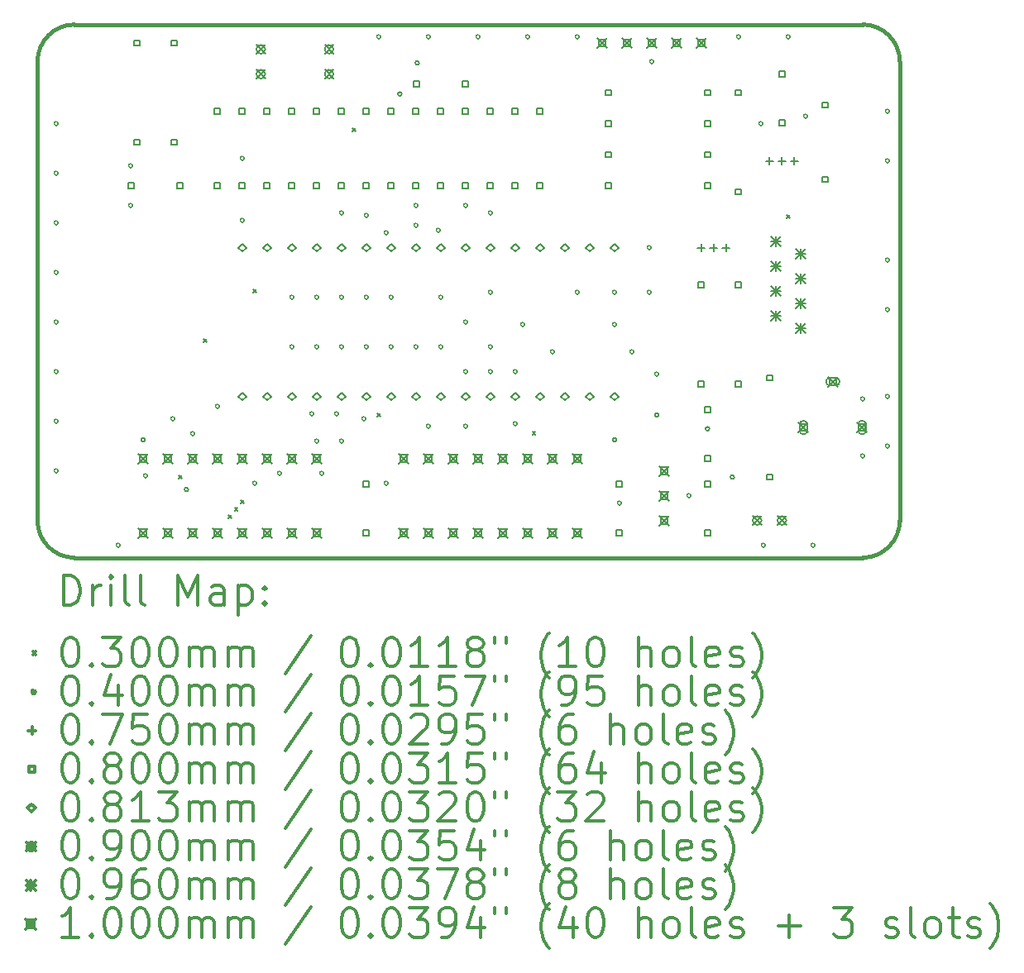
<source format=gbr>
%FSLAX45Y45*%
G04 Gerber Fmt 4.5, Leading zero omitted, Abs format (unit mm)*
G04 Created by KiCad (PCBNEW (5.1.12)-1) date 2021-12-13 23:10:36*
%MOMM*%
%LPD*%
G01*
G04 APERTURE LIST*
%TA.AperFunction,Profile*%
%ADD10C,0.381000*%
%TD*%
%ADD11C,0.200000*%
%ADD12C,0.300000*%
G04 APERTURE END LIST*
D10*
X11747500Y-15113000D02*
G75*
G02*
X11366500Y-14732000I0J381000D01*
G01*
X11366500Y-10033000D02*
G75*
G02*
X11747500Y-9652000I381000J0D01*
G01*
X19812000Y-9652000D02*
G75*
G02*
X20193000Y-10033000I0J-381000D01*
G01*
X20193000Y-14732000D02*
G75*
G02*
X19812000Y-15113000I-381000J0D01*
G01*
X11366500Y-14732000D02*
X11366500Y-10033000D01*
X19812000Y-15113000D02*
X11747500Y-15113000D01*
X20193000Y-10033000D02*
X20193000Y-14732000D01*
X11747500Y-9652000D02*
X19812000Y-9652000D01*
D11*
X12812000Y-14272500D02*
X12842000Y-14302500D01*
X12842000Y-14272500D02*
X12812000Y-14302500D01*
X13066000Y-12875500D02*
X13096000Y-12905500D01*
X13096000Y-12875500D02*
X13066000Y-12905500D01*
X13320000Y-14678901D02*
X13350000Y-14708901D01*
X13350000Y-14678901D02*
X13320000Y-14708901D01*
X13383500Y-14602700D02*
X13413500Y-14632700D01*
X13413500Y-14602700D02*
X13383500Y-14632700D01*
X13447000Y-14526500D02*
X13477000Y-14556500D01*
X13477000Y-14526500D02*
X13447000Y-14556500D01*
X13574000Y-12367500D02*
X13604000Y-12397500D01*
X13604000Y-12367500D02*
X13574000Y-12397500D01*
X14590000Y-10716500D02*
X14620000Y-10746500D01*
X14620000Y-10716500D02*
X14590000Y-10746500D01*
X14844000Y-13637500D02*
X14874000Y-13667500D01*
X14874000Y-13637500D02*
X14844000Y-13667500D01*
X16431500Y-13821649D02*
X16461500Y-13851649D01*
X16461500Y-13821649D02*
X16431500Y-13851649D01*
X19035000Y-11605500D02*
X19065000Y-11635500D01*
X19065000Y-11605500D02*
X19035000Y-11635500D01*
X11577000Y-10668000D02*
G75*
G03*
X11577000Y-10668000I-20000J0D01*
G01*
X11577000Y-11176000D02*
G75*
G03*
X11577000Y-11176000I-20000J0D01*
G01*
X11577000Y-11684000D02*
G75*
G03*
X11577000Y-11684000I-20000J0D01*
G01*
X11577000Y-12192000D02*
G75*
G03*
X11577000Y-12192000I-20000J0D01*
G01*
X11577000Y-12700000D02*
G75*
G03*
X11577000Y-12700000I-20000J0D01*
G01*
X11577000Y-13208000D02*
G75*
G03*
X11577000Y-13208000I-20000J0D01*
G01*
X11577000Y-13716000D02*
G75*
G03*
X11577000Y-13716000I-20000J0D01*
G01*
X11577000Y-14224000D02*
G75*
G03*
X11577000Y-14224000I-20000J0D01*
G01*
X12212000Y-14986000D02*
G75*
G03*
X12212000Y-14986000I-20000J0D01*
G01*
X12339000Y-11099800D02*
G75*
G03*
X12339000Y-11099800I-20000J0D01*
G01*
X12339000Y-11506200D02*
G75*
G03*
X12339000Y-11506200I-20000J0D01*
G01*
X12466000Y-13906500D02*
G75*
G03*
X12466000Y-13906500I-20000J0D01*
G01*
X12491400Y-14274800D02*
G75*
G03*
X12491400Y-14274800I-20000J0D01*
G01*
X12770800Y-13690600D02*
G75*
G03*
X12770800Y-13690600I-20000J0D01*
G01*
X12910500Y-14414500D02*
G75*
G03*
X12910500Y-14414500I-20000J0D01*
G01*
X12974000Y-13843000D02*
G75*
G03*
X12974000Y-13843000I-20000J0D01*
G01*
X13228000Y-13563600D02*
G75*
G03*
X13228000Y-13563600I-20000J0D01*
G01*
X13482000Y-11023600D02*
G75*
G03*
X13482000Y-11023600I-20000J0D01*
G01*
X13482000Y-11658600D02*
G75*
G03*
X13482000Y-11658600I-20000J0D01*
G01*
X13609000Y-14351000D02*
G75*
G03*
X13609000Y-14351000I-20000J0D01*
G01*
X13863000Y-14249400D02*
G75*
G03*
X13863000Y-14249400I-20000J0D01*
G01*
X13990000Y-12446000D02*
G75*
G03*
X13990000Y-12446000I-20000J0D01*
G01*
X13990000Y-12954000D02*
G75*
G03*
X13990000Y-12954000I-20000J0D01*
G01*
X14193200Y-13639800D02*
G75*
G03*
X14193200Y-13639800I-20000J0D01*
G01*
X14244000Y-12446000D02*
G75*
G03*
X14244000Y-12446000I-20000J0D01*
G01*
X14244000Y-12954000D02*
G75*
G03*
X14244000Y-12954000I-20000J0D01*
G01*
X14244000Y-13919200D02*
G75*
G03*
X14244000Y-13919200I-20000J0D01*
G01*
X14294800Y-14249400D02*
G75*
G03*
X14294800Y-14249400I-20000J0D01*
G01*
X14447200Y-13639800D02*
G75*
G03*
X14447200Y-13639800I-20000J0D01*
G01*
X14498000Y-11582400D02*
G75*
G03*
X14498000Y-11582400I-20000J0D01*
G01*
X14498000Y-12446000D02*
G75*
G03*
X14498000Y-12446000I-20000J0D01*
G01*
X14498000Y-12954000D02*
G75*
G03*
X14498000Y-12954000I-20000J0D01*
G01*
X14498000Y-13919200D02*
G75*
G03*
X14498000Y-13919200I-20000J0D01*
G01*
X14726600Y-13690600D02*
G75*
G03*
X14726600Y-13690600I-20000J0D01*
G01*
X14752000Y-11607800D02*
G75*
G03*
X14752000Y-11607800I-20000J0D01*
G01*
X14752000Y-12446000D02*
G75*
G03*
X14752000Y-12446000I-20000J0D01*
G01*
X14752000Y-12954000D02*
G75*
G03*
X14752000Y-12954000I-20000J0D01*
G01*
X14879000Y-9779000D02*
G75*
G03*
X14879000Y-9779000I-20000J0D01*
G01*
X14955200Y-11785600D02*
G75*
G03*
X14955200Y-11785600I-20000J0D01*
G01*
X14955200Y-14351000D02*
G75*
G03*
X14955200Y-14351000I-20000J0D01*
G01*
X15006000Y-12446000D02*
G75*
G03*
X15006000Y-12446000I-20000J0D01*
G01*
X15006000Y-12954000D02*
G75*
G03*
X15006000Y-12954000I-20000J0D01*
G01*
X15094900Y-10363200D02*
G75*
G03*
X15094900Y-10363200I-20000J0D01*
G01*
X15260000Y-11506200D02*
G75*
G03*
X15260000Y-11506200I-20000J0D01*
G01*
X15260000Y-11709400D02*
G75*
G03*
X15260000Y-11709400I-20000J0D01*
G01*
X15260000Y-12954000D02*
G75*
G03*
X15260000Y-12954000I-20000J0D01*
G01*
X15272700Y-10045700D02*
G75*
G03*
X15272700Y-10045700I-20000J0D01*
G01*
X15387000Y-9779000D02*
G75*
G03*
X15387000Y-9779000I-20000J0D01*
G01*
X15387000Y-13766800D02*
G75*
G03*
X15387000Y-13766800I-20000J0D01*
G01*
X15488600Y-11760200D02*
G75*
G03*
X15488600Y-11760200I-20000J0D01*
G01*
X15514000Y-12446000D02*
G75*
G03*
X15514000Y-12446000I-20000J0D01*
G01*
X15514000Y-12954000D02*
G75*
G03*
X15514000Y-12954000I-20000J0D01*
G01*
X15768000Y-11506200D02*
G75*
G03*
X15768000Y-11506200I-20000J0D01*
G01*
X15768000Y-12700000D02*
G75*
G03*
X15768000Y-12700000I-20000J0D01*
G01*
X15768000Y-13208000D02*
G75*
G03*
X15768000Y-13208000I-20000J0D01*
G01*
X15768000Y-13766800D02*
G75*
G03*
X15768000Y-13766800I-20000J0D01*
G01*
X15895000Y-9779000D02*
G75*
G03*
X15895000Y-9779000I-20000J0D01*
G01*
X16022000Y-11582400D02*
G75*
G03*
X16022000Y-11582400I-20000J0D01*
G01*
X16022000Y-12395200D02*
G75*
G03*
X16022000Y-12395200I-20000J0D01*
G01*
X16022000Y-12954000D02*
G75*
G03*
X16022000Y-12954000I-20000J0D01*
G01*
X16022000Y-13208000D02*
G75*
G03*
X16022000Y-13208000I-20000J0D01*
G01*
X16276000Y-13208000D02*
G75*
G03*
X16276000Y-13208000I-20000J0D01*
G01*
X16276000Y-13741400D02*
G75*
G03*
X16276000Y-13741400I-20000J0D01*
G01*
X16352200Y-12725400D02*
G75*
G03*
X16352200Y-12725400I-20000J0D01*
G01*
X16403000Y-9779000D02*
G75*
G03*
X16403000Y-9779000I-20000J0D01*
G01*
X16657000Y-13004800D02*
G75*
G03*
X16657000Y-13004800I-20000J0D01*
G01*
X16911000Y-9779000D02*
G75*
G03*
X16911000Y-9779000I-20000J0D01*
G01*
X16911000Y-12395200D02*
G75*
G03*
X16911000Y-12395200I-20000J0D01*
G01*
X17292000Y-12395200D02*
G75*
G03*
X17292000Y-12395200I-20000J0D01*
G01*
X17292000Y-12725400D02*
G75*
G03*
X17292000Y-12725400I-20000J0D01*
G01*
X17292000Y-13906500D02*
G75*
G03*
X17292000Y-13906500I-20000J0D01*
G01*
X17342800Y-14554200D02*
G75*
G03*
X17342800Y-14554200I-20000J0D01*
G01*
X17469800Y-13004800D02*
G75*
G03*
X17469800Y-13004800I-20000J0D01*
G01*
X17647600Y-11938000D02*
G75*
G03*
X17647600Y-11938000I-20000J0D01*
G01*
X17647600Y-12395200D02*
G75*
G03*
X17647600Y-12395200I-20000J0D01*
G01*
X17673000Y-10033000D02*
G75*
G03*
X17673000Y-10033000I-20000J0D01*
G01*
X17723800Y-13233400D02*
G75*
G03*
X17723800Y-13233400I-20000J0D01*
G01*
X17723800Y-13652500D02*
G75*
G03*
X17723800Y-13652500I-20000J0D01*
G01*
X18054000Y-14478000D02*
G75*
G03*
X18054000Y-14478000I-20000J0D01*
G01*
X18244500Y-13792200D02*
G75*
G03*
X18244500Y-13792200I-20000J0D01*
G01*
X18498500Y-14287500D02*
G75*
G03*
X18498500Y-14287500I-20000J0D01*
G01*
X18562000Y-9779000D02*
G75*
G03*
X18562000Y-9779000I-20000J0D01*
G01*
X18790600Y-10668000D02*
G75*
G03*
X18790600Y-10668000I-20000J0D01*
G01*
X18816000Y-14986000D02*
G75*
G03*
X18816000Y-14986000I-20000J0D01*
G01*
X19070000Y-9779000D02*
G75*
G03*
X19070000Y-9779000I-20000J0D01*
G01*
X19247800Y-10591800D02*
G75*
G03*
X19247800Y-10591800I-20000J0D01*
G01*
X19324000Y-14986000D02*
G75*
G03*
X19324000Y-14986000I-20000J0D01*
G01*
X19832000Y-13487400D02*
G75*
G03*
X19832000Y-13487400I-20000J0D01*
G01*
X19832000Y-14071600D02*
G75*
G03*
X19832000Y-14071600I-20000J0D01*
G01*
X20086000Y-10541000D02*
G75*
G03*
X20086000Y-10541000I-20000J0D01*
G01*
X20086000Y-11049000D02*
G75*
G03*
X20086000Y-11049000I-20000J0D01*
G01*
X20086000Y-12065000D02*
G75*
G03*
X20086000Y-12065000I-20000J0D01*
G01*
X20086000Y-12573000D02*
G75*
G03*
X20086000Y-12573000I-20000J0D01*
G01*
X20086000Y-13462000D02*
G75*
G03*
X20086000Y-13462000I-20000J0D01*
G01*
X20086000Y-13970000D02*
G75*
G03*
X20086000Y-13970000I-20000J0D01*
G01*
X18161000Y-11900500D02*
X18161000Y-11975500D01*
X18123500Y-11938000D02*
X18198500Y-11938000D01*
X18288000Y-11900500D02*
X18288000Y-11975500D01*
X18250500Y-11938000D02*
X18325500Y-11938000D01*
X18415000Y-11900500D02*
X18415000Y-11975500D01*
X18377500Y-11938000D02*
X18452500Y-11938000D01*
X18859500Y-11011500D02*
X18859500Y-11086500D01*
X18822000Y-11049000D02*
X18897000Y-11049000D01*
X18986500Y-11011500D02*
X18986500Y-11086500D01*
X18949000Y-11049000D02*
X19024000Y-11049000D01*
X19113500Y-11011500D02*
X19113500Y-11086500D01*
X19076000Y-11049000D02*
X19151000Y-11049000D01*
X12355284Y-11331284D02*
X12355284Y-11274715D01*
X12298715Y-11274715D01*
X12298715Y-11331284D01*
X12355284Y-11331284D01*
X12410784Y-9870785D02*
X12410784Y-9814216D01*
X12354215Y-9814216D01*
X12354215Y-9870785D01*
X12410784Y-9870785D01*
X12410784Y-10886785D02*
X12410784Y-10830216D01*
X12354215Y-10830216D01*
X12354215Y-10886785D01*
X12410784Y-10886785D01*
X12791784Y-9870785D02*
X12791784Y-9814216D01*
X12735215Y-9814216D01*
X12735215Y-9870785D01*
X12791784Y-9870785D01*
X12791784Y-10886785D02*
X12791784Y-10830216D01*
X12735215Y-10830216D01*
X12735215Y-10886785D01*
X12791784Y-10886785D01*
X12855284Y-11331284D02*
X12855284Y-11274715D01*
X12798715Y-11274715D01*
X12798715Y-11331284D01*
X12855284Y-11331284D01*
X13236284Y-10569285D02*
X13236284Y-10512716D01*
X13179715Y-10512716D01*
X13179715Y-10569285D01*
X13236284Y-10569285D01*
X13236284Y-11331284D02*
X13236284Y-11274715D01*
X13179715Y-11274715D01*
X13179715Y-11331284D01*
X13236284Y-11331284D01*
X13490284Y-10569285D02*
X13490284Y-10512716D01*
X13433715Y-10512716D01*
X13433715Y-10569285D01*
X13490284Y-10569285D01*
X13490284Y-11331284D02*
X13490284Y-11274715D01*
X13433715Y-11274715D01*
X13433715Y-11331284D01*
X13490284Y-11331284D01*
X13744284Y-10569285D02*
X13744284Y-10512716D01*
X13687715Y-10512716D01*
X13687715Y-10569285D01*
X13744284Y-10569285D01*
X13744284Y-11331284D02*
X13744284Y-11274715D01*
X13687715Y-11274715D01*
X13687715Y-11331284D01*
X13744284Y-11331284D01*
X13998284Y-10569285D02*
X13998284Y-10512716D01*
X13941715Y-10512716D01*
X13941715Y-10569285D01*
X13998284Y-10569285D01*
X13998284Y-11331284D02*
X13998284Y-11274715D01*
X13941715Y-11274715D01*
X13941715Y-11331284D01*
X13998284Y-11331284D01*
X14252284Y-10569285D02*
X14252284Y-10512716D01*
X14195715Y-10512716D01*
X14195715Y-10569285D01*
X14252284Y-10569285D01*
X14252284Y-11331284D02*
X14252284Y-11274715D01*
X14195715Y-11274715D01*
X14195715Y-11331284D01*
X14252284Y-11331284D01*
X14506284Y-10569285D02*
X14506284Y-10512716D01*
X14449715Y-10512716D01*
X14449715Y-10569285D01*
X14506284Y-10569285D01*
X14506284Y-11331284D02*
X14506284Y-11274715D01*
X14449715Y-11274715D01*
X14449715Y-11331284D01*
X14506284Y-11331284D01*
X14760284Y-10569285D02*
X14760284Y-10512716D01*
X14703715Y-10512716D01*
X14703715Y-10569285D01*
X14760284Y-10569285D01*
X14760284Y-11331284D02*
X14760284Y-11274715D01*
X14703715Y-11274715D01*
X14703715Y-11331284D01*
X14760284Y-11331284D01*
X14760284Y-14387284D02*
X14760284Y-14330715D01*
X14703715Y-14330715D01*
X14703715Y-14387284D01*
X14760284Y-14387284D01*
X14760284Y-14887284D02*
X14760284Y-14830715D01*
X14703715Y-14830715D01*
X14703715Y-14887284D01*
X14760284Y-14887284D01*
X15014284Y-10569285D02*
X15014284Y-10512716D01*
X14957715Y-10512716D01*
X14957715Y-10569285D01*
X15014284Y-10569285D01*
X15014284Y-11331284D02*
X15014284Y-11274715D01*
X14957715Y-11274715D01*
X14957715Y-11331284D01*
X15014284Y-11331284D01*
X15268284Y-10569285D02*
X15268284Y-10512716D01*
X15211715Y-10512716D01*
X15211715Y-10569285D01*
X15268284Y-10569285D01*
X15268284Y-11331284D02*
X15268284Y-11274715D01*
X15211715Y-11274715D01*
X15211715Y-11331284D01*
X15268284Y-11331284D01*
X15276284Y-10289885D02*
X15276284Y-10233316D01*
X15219715Y-10233316D01*
X15219715Y-10289885D01*
X15276284Y-10289885D01*
X15522284Y-10569285D02*
X15522284Y-10512716D01*
X15465715Y-10512716D01*
X15465715Y-10569285D01*
X15522284Y-10569285D01*
X15522284Y-11331284D02*
X15522284Y-11274715D01*
X15465715Y-11274715D01*
X15465715Y-11331284D01*
X15522284Y-11331284D01*
X15776284Y-10289885D02*
X15776284Y-10233316D01*
X15719715Y-10233316D01*
X15719715Y-10289885D01*
X15776284Y-10289885D01*
X15776284Y-10569285D02*
X15776284Y-10512716D01*
X15719715Y-10512716D01*
X15719715Y-10569285D01*
X15776284Y-10569285D01*
X15776284Y-11331284D02*
X15776284Y-11274715D01*
X15719715Y-11274715D01*
X15719715Y-11331284D01*
X15776284Y-11331284D01*
X16030284Y-10569285D02*
X16030284Y-10512716D01*
X15973715Y-10512716D01*
X15973715Y-10569285D01*
X16030284Y-10569285D01*
X16030284Y-11331284D02*
X16030284Y-11274715D01*
X15973715Y-11274715D01*
X15973715Y-11331284D01*
X16030284Y-11331284D01*
X16284284Y-10569285D02*
X16284284Y-10512716D01*
X16227715Y-10512716D01*
X16227715Y-10569285D01*
X16284284Y-10569285D01*
X16284284Y-11331284D02*
X16284284Y-11274715D01*
X16227715Y-11274715D01*
X16227715Y-11331284D01*
X16284284Y-11331284D01*
X16538284Y-10569285D02*
X16538284Y-10512716D01*
X16481715Y-10512716D01*
X16481715Y-10569285D01*
X16538284Y-10569285D01*
X16538284Y-11331284D02*
X16538284Y-11274715D01*
X16481715Y-11274715D01*
X16481715Y-11331284D01*
X16538284Y-11331284D01*
X17236785Y-10378785D02*
X17236785Y-10322216D01*
X17180216Y-10322216D01*
X17180216Y-10378785D01*
X17236785Y-10378785D01*
X17236785Y-10696285D02*
X17236785Y-10639716D01*
X17180216Y-10639716D01*
X17180216Y-10696285D01*
X17236785Y-10696285D01*
X17236785Y-11013785D02*
X17236785Y-10957216D01*
X17180216Y-10957216D01*
X17180216Y-11013785D01*
X17236785Y-11013785D01*
X17236785Y-11331284D02*
X17236785Y-11274715D01*
X17180216Y-11274715D01*
X17180216Y-11331284D01*
X17236785Y-11331284D01*
X17351085Y-14387284D02*
X17351085Y-14330715D01*
X17294516Y-14330715D01*
X17294516Y-14387284D01*
X17351085Y-14387284D01*
X17351085Y-14887284D02*
X17351085Y-14830715D01*
X17294516Y-14830715D01*
X17294516Y-14887284D01*
X17351085Y-14887284D01*
X18189285Y-12347284D02*
X18189285Y-12290715D01*
X18132716Y-12290715D01*
X18132716Y-12347284D01*
X18189285Y-12347284D01*
X18189285Y-13363284D02*
X18189285Y-13306715D01*
X18132716Y-13306715D01*
X18132716Y-13363284D01*
X18189285Y-13363284D01*
X18252785Y-10378785D02*
X18252785Y-10322216D01*
X18196216Y-10322216D01*
X18196216Y-10378785D01*
X18252785Y-10378785D01*
X18252785Y-10696285D02*
X18252785Y-10639716D01*
X18196216Y-10639716D01*
X18196216Y-10696285D01*
X18252785Y-10696285D01*
X18252785Y-11013785D02*
X18252785Y-10957216D01*
X18196216Y-10957216D01*
X18196216Y-11013785D01*
X18252785Y-11013785D01*
X18252785Y-11331284D02*
X18252785Y-11274715D01*
X18196216Y-11274715D01*
X18196216Y-11331284D01*
X18252785Y-11331284D01*
X18252785Y-13625284D02*
X18252785Y-13568715D01*
X18196216Y-13568715D01*
X18196216Y-13625284D01*
X18252785Y-13625284D01*
X18252785Y-14125284D02*
X18252785Y-14068715D01*
X18196216Y-14068715D01*
X18196216Y-14125284D01*
X18252785Y-14125284D01*
X18252785Y-14387284D02*
X18252785Y-14330715D01*
X18196216Y-14330715D01*
X18196216Y-14387284D01*
X18252785Y-14387284D01*
X18252785Y-14887284D02*
X18252785Y-14830715D01*
X18196216Y-14830715D01*
X18196216Y-14887284D01*
X18252785Y-14887284D01*
X18570285Y-10378785D02*
X18570285Y-10322216D01*
X18513716Y-10322216D01*
X18513716Y-10378785D01*
X18570285Y-10378785D01*
X18570285Y-11394784D02*
X18570285Y-11338215D01*
X18513716Y-11338215D01*
X18513716Y-11394784D01*
X18570285Y-11394784D01*
X18570285Y-12347284D02*
X18570285Y-12290715D01*
X18513716Y-12290715D01*
X18513716Y-12347284D01*
X18570285Y-12347284D01*
X18570285Y-13363284D02*
X18570285Y-13306715D01*
X18513716Y-13306715D01*
X18513716Y-13363284D01*
X18570285Y-13363284D01*
X18887785Y-13299784D02*
X18887785Y-13243215D01*
X18831216Y-13243215D01*
X18831216Y-13299784D01*
X18887785Y-13299784D01*
X18887785Y-14315784D02*
X18887785Y-14259215D01*
X18831216Y-14259215D01*
X18831216Y-14315784D01*
X18887785Y-14315784D01*
X19014785Y-10188285D02*
X19014785Y-10131716D01*
X18958216Y-10131716D01*
X18958216Y-10188285D01*
X19014785Y-10188285D01*
X19014785Y-10688285D02*
X19014785Y-10631716D01*
X18958216Y-10631716D01*
X18958216Y-10688285D01*
X19014785Y-10688285D01*
X19459285Y-10505785D02*
X19459285Y-10449216D01*
X19402716Y-10449216D01*
X19402716Y-10505785D01*
X19459285Y-10505785D01*
X19459285Y-11267784D02*
X19459285Y-11211215D01*
X19402716Y-11211215D01*
X19402716Y-11267784D01*
X19459285Y-11267784D01*
X13462000Y-11978640D02*
X13502640Y-11938000D01*
X13462000Y-11897360D01*
X13421360Y-11938000D01*
X13462000Y-11978640D01*
X13462000Y-13502640D02*
X13502640Y-13462000D01*
X13462000Y-13421360D01*
X13421360Y-13462000D01*
X13462000Y-13502640D01*
X13716000Y-11978640D02*
X13756640Y-11938000D01*
X13716000Y-11897360D01*
X13675360Y-11938000D01*
X13716000Y-11978640D01*
X13716000Y-13502640D02*
X13756640Y-13462000D01*
X13716000Y-13421360D01*
X13675360Y-13462000D01*
X13716000Y-13502640D01*
X13970000Y-11978640D02*
X14010640Y-11938000D01*
X13970000Y-11897360D01*
X13929360Y-11938000D01*
X13970000Y-11978640D01*
X13970000Y-13502640D02*
X14010640Y-13462000D01*
X13970000Y-13421360D01*
X13929360Y-13462000D01*
X13970000Y-13502640D01*
X14224000Y-11978640D02*
X14264640Y-11938000D01*
X14224000Y-11897360D01*
X14183360Y-11938000D01*
X14224000Y-11978640D01*
X14224000Y-13502640D02*
X14264640Y-13462000D01*
X14224000Y-13421360D01*
X14183360Y-13462000D01*
X14224000Y-13502640D01*
X14478000Y-11978640D02*
X14518640Y-11938000D01*
X14478000Y-11897360D01*
X14437360Y-11938000D01*
X14478000Y-11978640D01*
X14478000Y-13502640D02*
X14518640Y-13462000D01*
X14478000Y-13421360D01*
X14437360Y-13462000D01*
X14478000Y-13502640D01*
X14732000Y-11978640D02*
X14772640Y-11938000D01*
X14732000Y-11897360D01*
X14691360Y-11938000D01*
X14732000Y-11978640D01*
X14732000Y-13502640D02*
X14772640Y-13462000D01*
X14732000Y-13421360D01*
X14691360Y-13462000D01*
X14732000Y-13502640D01*
X14986000Y-11978640D02*
X15026640Y-11938000D01*
X14986000Y-11897360D01*
X14945360Y-11938000D01*
X14986000Y-11978640D01*
X14986000Y-13502640D02*
X15026640Y-13462000D01*
X14986000Y-13421360D01*
X14945360Y-13462000D01*
X14986000Y-13502640D01*
X15240000Y-11978640D02*
X15280640Y-11938000D01*
X15240000Y-11897360D01*
X15199360Y-11938000D01*
X15240000Y-11978640D01*
X15240000Y-13502640D02*
X15280640Y-13462000D01*
X15240000Y-13421360D01*
X15199360Y-13462000D01*
X15240000Y-13502640D01*
X15494000Y-11978640D02*
X15534640Y-11938000D01*
X15494000Y-11897360D01*
X15453360Y-11938000D01*
X15494000Y-11978640D01*
X15494000Y-13502640D02*
X15534640Y-13462000D01*
X15494000Y-13421360D01*
X15453360Y-13462000D01*
X15494000Y-13502640D01*
X15748000Y-11978640D02*
X15788640Y-11938000D01*
X15748000Y-11897360D01*
X15707360Y-11938000D01*
X15748000Y-11978640D01*
X15748000Y-13502640D02*
X15788640Y-13462000D01*
X15748000Y-13421360D01*
X15707360Y-13462000D01*
X15748000Y-13502640D01*
X16002000Y-11978640D02*
X16042640Y-11938000D01*
X16002000Y-11897360D01*
X15961360Y-11938000D01*
X16002000Y-11978640D01*
X16002000Y-13502640D02*
X16042640Y-13462000D01*
X16002000Y-13421360D01*
X15961360Y-13462000D01*
X16002000Y-13502640D01*
X16256000Y-11978640D02*
X16296640Y-11938000D01*
X16256000Y-11897360D01*
X16215360Y-11938000D01*
X16256000Y-11978640D01*
X16256000Y-13502640D02*
X16296640Y-13462000D01*
X16256000Y-13421360D01*
X16215360Y-13462000D01*
X16256000Y-13502640D01*
X16510000Y-11978640D02*
X16550640Y-11938000D01*
X16510000Y-11897360D01*
X16469360Y-11938000D01*
X16510000Y-11978640D01*
X16510000Y-13502640D02*
X16550640Y-13462000D01*
X16510000Y-13421360D01*
X16469360Y-13462000D01*
X16510000Y-13502640D01*
X16764000Y-11978640D02*
X16804640Y-11938000D01*
X16764000Y-11897360D01*
X16723360Y-11938000D01*
X16764000Y-11978640D01*
X16764000Y-13502640D02*
X16804640Y-13462000D01*
X16764000Y-13421360D01*
X16723360Y-13462000D01*
X16764000Y-13502640D01*
X17018000Y-11978640D02*
X17058640Y-11938000D01*
X17018000Y-11897360D01*
X16977360Y-11938000D01*
X17018000Y-11978640D01*
X17018000Y-13502640D02*
X17058640Y-13462000D01*
X17018000Y-13421360D01*
X16977360Y-13462000D01*
X17018000Y-13502640D01*
X17272000Y-11978640D02*
X17312640Y-11938000D01*
X17272000Y-11897360D01*
X17231360Y-11938000D01*
X17272000Y-11978640D01*
X17272000Y-13502640D02*
X17312640Y-13462000D01*
X17272000Y-13421360D01*
X17231360Y-13462000D01*
X17272000Y-13502640D01*
X13607500Y-9861000D02*
X13697500Y-9951000D01*
X13697500Y-9861000D02*
X13607500Y-9951000D01*
X13697500Y-9906000D02*
G75*
G03*
X13697500Y-9906000I-45000J0D01*
G01*
X13607500Y-10115000D02*
X13697500Y-10205000D01*
X13697500Y-10115000D02*
X13607500Y-10205000D01*
X13697500Y-10160000D02*
G75*
G03*
X13697500Y-10160000I-45000J0D01*
G01*
X14306000Y-9861000D02*
X14396000Y-9951000D01*
X14396000Y-9861000D02*
X14306000Y-9951000D01*
X14396000Y-9906000D02*
G75*
G03*
X14396000Y-9906000I-45000J0D01*
G01*
X14306000Y-10115000D02*
X14396000Y-10205000D01*
X14396000Y-10115000D02*
X14306000Y-10205000D01*
X14396000Y-10160000D02*
G75*
G03*
X14396000Y-10160000I-45000J0D01*
G01*
X18687500Y-14687000D02*
X18777500Y-14777000D01*
X18777500Y-14687000D02*
X18687500Y-14777000D01*
X18777500Y-14732000D02*
G75*
G03*
X18777500Y-14732000I-45000J0D01*
G01*
X18941500Y-14687000D02*
X19031500Y-14777000D01*
X19031500Y-14687000D02*
X18941500Y-14777000D01*
X19031500Y-14732000D02*
G75*
G03*
X19031500Y-14732000I-45000J0D01*
G01*
X18875000Y-11826500D02*
X18971000Y-11922500D01*
X18971000Y-11826500D02*
X18875000Y-11922500D01*
X18923000Y-11826500D02*
X18923000Y-11922500D01*
X18875000Y-11874500D02*
X18971000Y-11874500D01*
X18875000Y-12080500D02*
X18971000Y-12176500D01*
X18971000Y-12080500D02*
X18875000Y-12176500D01*
X18923000Y-12080500D02*
X18923000Y-12176500D01*
X18875000Y-12128500D02*
X18971000Y-12128500D01*
X18875000Y-12334500D02*
X18971000Y-12430500D01*
X18971000Y-12334500D02*
X18875000Y-12430500D01*
X18923000Y-12334500D02*
X18923000Y-12430500D01*
X18875000Y-12382500D02*
X18971000Y-12382500D01*
X18875000Y-12588500D02*
X18971000Y-12684500D01*
X18971000Y-12588500D02*
X18875000Y-12684500D01*
X18923000Y-12588500D02*
X18923000Y-12684500D01*
X18875000Y-12636500D02*
X18971000Y-12636500D01*
X19129000Y-11953500D02*
X19225000Y-12049500D01*
X19225000Y-11953500D02*
X19129000Y-12049500D01*
X19177000Y-11953500D02*
X19177000Y-12049500D01*
X19129000Y-12001500D02*
X19225000Y-12001500D01*
X19129000Y-12207500D02*
X19225000Y-12303500D01*
X19225000Y-12207500D02*
X19129000Y-12303500D01*
X19177000Y-12207500D02*
X19177000Y-12303500D01*
X19129000Y-12255500D02*
X19225000Y-12255500D01*
X19129000Y-12461500D02*
X19225000Y-12557500D01*
X19225000Y-12461500D02*
X19129000Y-12557500D01*
X19177000Y-12461500D02*
X19177000Y-12557500D01*
X19129000Y-12509500D02*
X19225000Y-12509500D01*
X19129000Y-12715500D02*
X19225000Y-12811500D01*
X19225000Y-12715500D02*
X19129000Y-12811500D01*
X19177000Y-12715500D02*
X19177000Y-12811500D01*
X19129000Y-12763500D02*
X19225000Y-12763500D01*
X12396000Y-14047000D02*
X12496000Y-14147000D01*
X12496000Y-14047000D02*
X12396000Y-14147000D01*
X12481356Y-14132356D02*
X12481356Y-14061644D01*
X12410644Y-14061644D01*
X12410644Y-14132356D01*
X12481356Y-14132356D01*
X12396000Y-14809000D02*
X12496000Y-14909000D01*
X12496000Y-14809000D02*
X12396000Y-14909000D01*
X12481356Y-14894356D02*
X12481356Y-14823644D01*
X12410644Y-14823644D01*
X12410644Y-14894356D01*
X12481356Y-14894356D01*
X12650000Y-14047000D02*
X12750000Y-14147000D01*
X12750000Y-14047000D02*
X12650000Y-14147000D01*
X12735356Y-14132356D02*
X12735356Y-14061644D01*
X12664644Y-14061644D01*
X12664644Y-14132356D01*
X12735356Y-14132356D01*
X12650000Y-14809000D02*
X12750000Y-14909000D01*
X12750000Y-14809000D02*
X12650000Y-14909000D01*
X12735356Y-14894356D02*
X12735356Y-14823644D01*
X12664644Y-14823644D01*
X12664644Y-14894356D01*
X12735356Y-14894356D01*
X12904000Y-14047000D02*
X13004000Y-14147000D01*
X13004000Y-14047000D02*
X12904000Y-14147000D01*
X12989356Y-14132356D02*
X12989356Y-14061644D01*
X12918644Y-14061644D01*
X12918644Y-14132356D01*
X12989356Y-14132356D01*
X12904000Y-14809000D02*
X13004000Y-14909000D01*
X13004000Y-14809000D02*
X12904000Y-14909000D01*
X12989356Y-14894356D02*
X12989356Y-14823644D01*
X12918644Y-14823644D01*
X12918644Y-14894356D01*
X12989356Y-14894356D01*
X13158000Y-14047000D02*
X13258000Y-14147000D01*
X13258000Y-14047000D02*
X13158000Y-14147000D01*
X13243356Y-14132356D02*
X13243356Y-14061644D01*
X13172644Y-14061644D01*
X13172644Y-14132356D01*
X13243356Y-14132356D01*
X13158000Y-14809000D02*
X13258000Y-14909000D01*
X13258000Y-14809000D02*
X13158000Y-14909000D01*
X13243356Y-14894356D02*
X13243356Y-14823644D01*
X13172644Y-14823644D01*
X13172644Y-14894356D01*
X13243356Y-14894356D01*
X13412000Y-14047000D02*
X13512000Y-14147000D01*
X13512000Y-14047000D02*
X13412000Y-14147000D01*
X13497356Y-14132356D02*
X13497356Y-14061644D01*
X13426644Y-14061644D01*
X13426644Y-14132356D01*
X13497356Y-14132356D01*
X13412000Y-14809000D02*
X13512000Y-14909000D01*
X13512000Y-14809000D02*
X13412000Y-14909000D01*
X13497356Y-14894356D02*
X13497356Y-14823644D01*
X13426644Y-14823644D01*
X13426644Y-14894356D01*
X13497356Y-14894356D01*
X13666000Y-14047000D02*
X13766000Y-14147000D01*
X13766000Y-14047000D02*
X13666000Y-14147000D01*
X13751356Y-14132356D02*
X13751356Y-14061644D01*
X13680644Y-14061644D01*
X13680644Y-14132356D01*
X13751356Y-14132356D01*
X13666000Y-14809000D02*
X13766000Y-14909000D01*
X13766000Y-14809000D02*
X13666000Y-14909000D01*
X13751356Y-14894356D02*
X13751356Y-14823644D01*
X13680644Y-14823644D01*
X13680644Y-14894356D01*
X13751356Y-14894356D01*
X13920000Y-14047000D02*
X14020000Y-14147000D01*
X14020000Y-14047000D02*
X13920000Y-14147000D01*
X14005356Y-14132356D02*
X14005356Y-14061644D01*
X13934644Y-14061644D01*
X13934644Y-14132356D01*
X14005356Y-14132356D01*
X13920000Y-14809000D02*
X14020000Y-14909000D01*
X14020000Y-14809000D02*
X13920000Y-14909000D01*
X14005356Y-14894356D02*
X14005356Y-14823644D01*
X13934644Y-14823644D01*
X13934644Y-14894356D01*
X14005356Y-14894356D01*
X14174000Y-14047000D02*
X14274000Y-14147000D01*
X14274000Y-14047000D02*
X14174000Y-14147000D01*
X14259356Y-14132356D02*
X14259356Y-14061644D01*
X14188644Y-14061644D01*
X14188644Y-14132356D01*
X14259356Y-14132356D01*
X14174000Y-14809000D02*
X14274000Y-14909000D01*
X14274000Y-14809000D02*
X14174000Y-14909000D01*
X14259356Y-14894356D02*
X14259356Y-14823644D01*
X14188644Y-14823644D01*
X14188644Y-14894356D01*
X14259356Y-14894356D01*
X15063000Y-14047000D02*
X15163000Y-14147000D01*
X15163000Y-14047000D02*
X15063000Y-14147000D01*
X15148356Y-14132356D02*
X15148356Y-14061644D01*
X15077644Y-14061644D01*
X15077644Y-14132356D01*
X15148356Y-14132356D01*
X15063000Y-14809000D02*
X15163000Y-14909000D01*
X15163000Y-14809000D02*
X15063000Y-14909000D01*
X15148356Y-14894356D02*
X15148356Y-14823644D01*
X15077644Y-14823644D01*
X15077644Y-14894356D01*
X15148356Y-14894356D01*
X15317000Y-14047000D02*
X15417000Y-14147000D01*
X15417000Y-14047000D02*
X15317000Y-14147000D01*
X15402356Y-14132356D02*
X15402356Y-14061644D01*
X15331644Y-14061644D01*
X15331644Y-14132356D01*
X15402356Y-14132356D01*
X15317000Y-14809000D02*
X15417000Y-14909000D01*
X15417000Y-14809000D02*
X15317000Y-14909000D01*
X15402356Y-14894356D02*
X15402356Y-14823644D01*
X15331644Y-14823644D01*
X15331644Y-14894356D01*
X15402356Y-14894356D01*
X15571000Y-14047000D02*
X15671000Y-14147000D01*
X15671000Y-14047000D02*
X15571000Y-14147000D01*
X15656356Y-14132356D02*
X15656356Y-14061644D01*
X15585644Y-14061644D01*
X15585644Y-14132356D01*
X15656356Y-14132356D01*
X15571000Y-14809000D02*
X15671000Y-14909000D01*
X15671000Y-14809000D02*
X15571000Y-14909000D01*
X15656356Y-14894356D02*
X15656356Y-14823644D01*
X15585644Y-14823644D01*
X15585644Y-14894356D01*
X15656356Y-14894356D01*
X15825000Y-14047000D02*
X15925000Y-14147000D01*
X15925000Y-14047000D02*
X15825000Y-14147000D01*
X15910356Y-14132356D02*
X15910356Y-14061644D01*
X15839644Y-14061644D01*
X15839644Y-14132356D01*
X15910356Y-14132356D01*
X15825000Y-14809000D02*
X15925000Y-14909000D01*
X15925000Y-14809000D02*
X15825000Y-14909000D01*
X15910356Y-14894356D02*
X15910356Y-14823644D01*
X15839644Y-14823644D01*
X15839644Y-14894356D01*
X15910356Y-14894356D01*
X16079000Y-14047000D02*
X16179000Y-14147000D01*
X16179000Y-14047000D02*
X16079000Y-14147000D01*
X16164356Y-14132356D02*
X16164356Y-14061644D01*
X16093644Y-14061644D01*
X16093644Y-14132356D01*
X16164356Y-14132356D01*
X16079000Y-14809000D02*
X16179000Y-14909000D01*
X16179000Y-14809000D02*
X16079000Y-14909000D01*
X16164356Y-14894356D02*
X16164356Y-14823644D01*
X16093644Y-14823644D01*
X16093644Y-14894356D01*
X16164356Y-14894356D01*
X16333000Y-14047000D02*
X16433000Y-14147000D01*
X16433000Y-14047000D02*
X16333000Y-14147000D01*
X16418356Y-14132356D02*
X16418356Y-14061644D01*
X16347644Y-14061644D01*
X16347644Y-14132356D01*
X16418356Y-14132356D01*
X16333000Y-14809000D02*
X16433000Y-14909000D01*
X16433000Y-14809000D02*
X16333000Y-14909000D01*
X16418356Y-14894356D02*
X16418356Y-14823644D01*
X16347644Y-14823644D01*
X16347644Y-14894356D01*
X16418356Y-14894356D01*
X16587000Y-14047000D02*
X16687000Y-14147000D01*
X16687000Y-14047000D02*
X16587000Y-14147000D01*
X16672356Y-14132356D02*
X16672356Y-14061644D01*
X16601644Y-14061644D01*
X16601644Y-14132356D01*
X16672356Y-14132356D01*
X16587000Y-14809000D02*
X16687000Y-14909000D01*
X16687000Y-14809000D02*
X16587000Y-14909000D01*
X16672356Y-14894356D02*
X16672356Y-14823644D01*
X16601644Y-14823644D01*
X16601644Y-14894356D01*
X16672356Y-14894356D01*
X16841000Y-14047000D02*
X16941000Y-14147000D01*
X16941000Y-14047000D02*
X16841000Y-14147000D01*
X16926356Y-14132356D02*
X16926356Y-14061644D01*
X16855644Y-14061644D01*
X16855644Y-14132356D01*
X16926356Y-14132356D01*
X16841000Y-14809000D02*
X16941000Y-14909000D01*
X16941000Y-14809000D02*
X16841000Y-14909000D01*
X16926356Y-14894356D02*
X16926356Y-14823644D01*
X16855644Y-14823644D01*
X16855644Y-14894356D01*
X16926356Y-14894356D01*
X17095000Y-9792500D02*
X17195000Y-9892500D01*
X17195000Y-9792500D02*
X17095000Y-9892500D01*
X17180356Y-9877856D02*
X17180356Y-9807144D01*
X17109644Y-9807144D01*
X17109644Y-9877856D01*
X17180356Y-9877856D01*
X17349000Y-9792500D02*
X17449000Y-9892500D01*
X17449000Y-9792500D02*
X17349000Y-9892500D01*
X17434356Y-9877856D02*
X17434356Y-9807144D01*
X17363644Y-9807144D01*
X17363644Y-9877856D01*
X17434356Y-9877856D01*
X17603000Y-9792500D02*
X17703000Y-9892500D01*
X17703000Y-9792500D02*
X17603000Y-9892500D01*
X17688356Y-9877856D02*
X17688356Y-9807144D01*
X17617644Y-9807144D01*
X17617644Y-9877856D01*
X17688356Y-9877856D01*
X17730000Y-14174000D02*
X17830000Y-14274000D01*
X17830000Y-14174000D02*
X17730000Y-14274000D01*
X17815356Y-14259356D02*
X17815356Y-14188644D01*
X17744644Y-14188644D01*
X17744644Y-14259356D01*
X17815356Y-14259356D01*
X17730000Y-14428000D02*
X17830000Y-14528000D01*
X17830000Y-14428000D02*
X17730000Y-14528000D01*
X17815356Y-14513356D02*
X17815356Y-14442644D01*
X17744644Y-14442644D01*
X17744644Y-14513356D01*
X17815356Y-14513356D01*
X17730000Y-14682000D02*
X17830000Y-14782000D01*
X17830000Y-14682000D02*
X17730000Y-14782000D01*
X17815356Y-14767356D02*
X17815356Y-14696644D01*
X17744644Y-14696644D01*
X17744644Y-14767356D01*
X17815356Y-14767356D01*
X17857000Y-9792500D02*
X17957000Y-9892500D01*
X17957000Y-9792500D02*
X17857000Y-9892500D01*
X17942356Y-9877856D02*
X17942356Y-9807144D01*
X17871644Y-9807144D01*
X17871644Y-9877856D01*
X17942356Y-9877856D01*
X18111000Y-9792500D02*
X18211000Y-9892500D01*
X18211000Y-9792500D02*
X18111000Y-9892500D01*
X18196356Y-9877856D02*
X18196356Y-9807144D01*
X18125644Y-9807144D01*
X18125644Y-9877856D01*
X18196356Y-9877856D01*
X19157200Y-13729500D02*
X19257200Y-13829500D01*
X19257200Y-13729500D02*
X19157200Y-13829500D01*
X19242556Y-13814856D02*
X19242556Y-13744144D01*
X19171844Y-13744144D01*
X19171844Y-13814856D01*
X19242556Y-13814856D01*
X19167200Y-13749500D02*
X19167200Y-13809500D01*
X19247200Y-13749500D02*
X19247200Y-13809500D01*
X19167200Y-13809500D02*
G75*
G03*
X19247200Y-13809500I40000J0D01*
G01*
X19247200Y-13749500D02*
G75*
G03*
X19167200Y-13749500I-40000J0D01*
G01*
X19457200Y-13259500D02*
X19557200Y-13359500D01*
X19557200Y-13259500D02*
X19457200Y-13359500D01*
X19542556Y-13344856D02*
X19542556Y-13274144D01*
X19471844Y-13274144D01*
X19471844Y-13344856D01*
X19542556Y-13344856D01*
X19537200Y-13269500D02*
X19477200Y-13269500D01*
X19537200Y-13349500D02*
X19477200Y-13349500D01*
X19477200Y-13269500D02*
G75*
G03*
X19477200Y-13349500I0J-40000D01*
G01*
X19537200Y-13349500D02*
G75*
G03*
X19537200Y-13269500I0J40000D01*
G01*
X19757200Y-13729500D02*
X19857200Y-13829500D01*
X19857200Y-13729500D02*
X19757200Y-13829500D01*
X19842556Y-13814856D02*
X19842556Y-13744144D01*
X19771844Y-13744144D01*
X19771844Y-13814856D01*
X19842556Y-13814856D01*
X19767200Y-13749500D02*
X19767200Y-13809500D01*
X19847200Y-13749500D02*
X19847200Y-13809500D01*
X19767200Y-13809500D02*
G75*
G03*
X19847200Y-13809500I40000J0D01*
G01*
X19847200Y-13749500D02*
G75*
G03*
X19767200Y-13749500I-40000J0D01*
G01*
D12*
X11633878Y-15597764D02*
X11633878Y-15297764D01*
X11705307Y-15297764D01*
X11748164Y-15312050D01*
X11776736Y-15340621D01*
X11791021Y-15369193D01*
X11805307Y-15426336D01*
X11805307Y-15469193D01*
X11791021Y-15526336D01*
X11776736Y-15554907D01*
X11748164Y-15583479D01*
X11705307Y-15597764D01*
X11633878Y-15597764D01*
X11933878Y-15597764D02*
X11933878Y-15397764D01*
X11933878Y-15454907D02*
X11948164Y-15426336D01*
X11962450Y-15412050D01*
X11991021Y-15397764D01*
X12019593Y-15397764D01*
X12119593Y-15597764D02*
X12119593Y-15397764D01*
X12119593Y-15297764D02*
X12105307Y-15312050D01*
X12119593Y-15326336D01*
X12133878Y-15312050D01*
X12119593Y-15297764D01*
X12119593Y-15326336D01*
X12305307Y-15597764D02*
X12276736Y-15583479D01*
X12262450Y-15554907D01*
X12262450Y-15297764D01*
X12462450Y-15597764D02*
X12433878Y-15583479D01*
X12419593Y-15554907D01*
X12419593Y-15297764D01*
X12805307Y-15597764D02*
X12805307Y-15297764D01*
X12905307Y-15512050D01*
X13005307Y-15297764D01*
X13005307Y-15597764D01*
X13276736Y-15597764D02*
X13276736Y-15440621D01*
X13262450Y-15412050D01*
X13233878Y-15397764D01*
X13176736Y-15397764D01*
X13148164Y-15412050D01*
X13276736Y-15583479D02*
X13248164Y-15597764D01*
X13176736Y-15597764D01*
X13148164Y-15583479D01*
X13133878Y-15554907D01*
X13133878Y-15526336D01*
X13148164Y-15497764D01*
X13176736Y-15483479D01*
X13248164Y-15483479D01*
X13276736Y-15469193D01*
X13419593Y-15397764D02*
X13419593Y-15697764D01*
X13419593Y-15412050D02*
X13448164Y-15397764D01*
X13505307Y-15397764D01*
X13533878Y-15412050D01*
X13548164Y-15426336D01*
X13562450Y-15454907D01*
X13562450Y-15540621D01*
X13548164Y-15569193D01*
X13533878Y-15583479D01*
X13505307Y-15597764D01*
X13448164Y-15597764D01*
X13419593Y-15583479D01*
X13691021Y-15569193D02*
X13705307Y-15583479D01*
X13691021Y-15597764D01*
X13676736Y-15583479D01*
X13691021Y-15569193D01*
X13691021Y-15597764D01*
X13691021Y-15412050D02*
X13705307Y-15426336D01*
X13691021Y-15440621D01*
X13676736Y-15426336D01*
X13691021Y-15412050D01*
X13691021Y-15440621D01*
X11317450Y-16077050D02*
X11347450Y-16107050D01*
X11347450Y-16077050D02*
X11317450Y-16107050D01*
X11691021Y-15927764D02*
X11719593Y-15927764D01*
X11748164Y-15942050D01*
X11762450Y-15956336D01*
X11776736Y-15984907D01*
X11791021Y-16042050D01*
X11791021Y-16113479D01*
X11776736Y-16170621D01*
X11762450Y-16199193D01*
X11748164Y-16213479D01*
X11719593Y-16227764D01*
X11691021Y-16227764D01*
X11662450Y-16213479D01*
X11648164Y-16199193D01*
X11633878Y-16170621D01*
X11619593Y-16113479D01*
X11619593Y-16042050D01*
X11633878Y-15984907D01*
X11648164Y-15956336D01*
X11662450Y-15942050D01*
X11691021Y-15927764D01*
X11919593Y-16199193D02*
X11933878Y-16213479D01*
X11919593Y-16227764D01*
X11905307Y-16213479D01*
X11919593Y-16199193D01*
X11919593Y-16227764D01*
X12033878Y-15927764D02*
X12219593Y-15927764D01*
X12119593Y-16042050D01*
X12162450Y-16042050D01*
X12191021Y-16056336D01*
X12205307Y-16070621D01*
X12219593Y-16099193D01*
X12219593Y-16170621D01*
X12205307Y-16199193D01*
X12191021Y-16213479D01*
X12162450Y-16227764D01*
X12076736Y-16227764D01*
X12048164Y-16213479D01*
X12033878Y-16199193D01*
X12405307Y-15927764D02*
X12433878Y-15927764D01*
X12462450Y-15942050D01*
X12476736Y-15956336D01*
X12491021Y-15984907D01*
X12505307Y-16042050D01*
X12505307Y-16113479D01*
X12491021Y-16170621D01*
X12476736Y-16199193D01*
X12462450Y-16213479D01*
X12433878Y-16227764D01*
X12405307Y-16227764D01*
X12376736Y-16213479D01*
X12362450Y-16199193D01*
X12348164Y-16170621D01*
X12333878Y-16113479D01*
X12333878Y-16042050D01*
X12348164Y-15984907D01*
X12362450Y-15956336D01*
X12376736Y-15942050D01*
X12405307Y-15927764D01*
X12691021Y-15927764D02*
X12719593Y-15927764D01*
X12748164Y-15942050D01*
X12762450Y-15956336D01*
X12776736Y-15984907D01*
X12791021Y-16042050D01*
X12791021Y-16113479D01*
X12776736Y-16170621D01*
X12762450Y-16199193D01*
X12748164Y-16213479D01*
X12719593Y-16227764D01*
X12691021Y-16227764D01*
X12662450Y-16213479D01*
X12648164Y-16199193D01*
X12633878Y-16170621D01*
X12619593Y-16113479D01*
X12619593Y-16042050D01*
X12633878Y-15984907D01*
X12648164Y-15956336D01*
X12662450Y-15942050D01*
X12691021Y-15927764D01*
X12919593Y-16227764D02*
X12919593Y-16027764D01*
X12919593Y-16056336D02*
X12933878Y-16042050D01*
X12962450Y-16027764D01*
X13005307Y-16027764D01*
X13033878Y-16042050D01*
X13048164Y-16070621D01*
X13048164Y-16227764D01*
X13048164Y-16070621D02*
X13062450Y-16042050D01*
X13091021Y-16027764D01*
X13133878Y-16027764D01*
X13162450Y-16042050D01*
X13176736Y-16070621D01*
X13176736Y-16227764D01*
X13319593Y-16227764D02*
X13319593Y-16027764D01*
X13319593Y-16056336D02*
X13333878Y-16042050D01*
X13362450Y-16027764D01*
X13405307Y-16027764D01*
X13433878Y-16042050D01*
X13448164Y-16070621D01*
X13448164Y-16227764D01*
X13448164Y-16070621D02*
X13462450Y-16042050D01*
X13491021Y-16027764D01*
X13533878Y-16027764D01*
X13562450Y-16042050D01*
X13576736Y-16070621D01*
X13576736Y-16227764D01*
X14162450Y-15913479D02*
X13905307Y-16299193D01*
X14548164Y-15927764D02*
X14576736Y-15927764D01*
X14605307Y-15942050D01*
X14619593Y-15956336D01*
X14633878Y-15984907D01*
X14648164Y-16042050D01*
X14648164Y-16113479D01*
X14633878Y-16170621D01*
X14619593Y-16199193D01*
X14605307Y-16213479D01*
X14576736Y-16227764D01*
X14548164Y-16227764D01*
X14519593Y-16213479D01*
X14505307Y-16199193D01*
X14491021Y-16170621D01*
X14476736Y-16113479D01*
X14476736Y-16042050D01*
X14491021Y-15984907D01*
X14505307Y-15956336D01*
X14519593Y-15942050D01*
X14548164Y-15927764D01*
X14776736Y-16199193D02*
X14791021Y-16213479D01*
X14776736Y-16227764D01*
X14762450Y-16213479D01*
X14776736Y-16199193D01*
X14776736Y-16227764D01*
X14976736Y-15927764D02*
X15005307Y-15927764D01*
X15033878Y-15942050D01*
X15048164Y-15956336D01*
X15062450Y-15984907D01*
X15076736Y-16042050D01*
X15076736Y-16113479D01*
X15062450Y-16170621D01*
X15048164Y-16199193D01*
X15033878Y-16213479D01*
X15005307Y-16227764D01*
X14976736Y-16227764D01*
X14948164Y-16213479D01*
X14933878Y-16199193D01*
X14919593Y-16170621D01*
X14905307Y-16113479D01*
X14905307Y-16042050D01*
X14919593Y-15984907D01*
X14933878Y-15956336D01*
X14948164Y-15942050D01*
X14976736Y-15927764D01*
X15362450Y-16227764D02*
X15191021Y-16227764D01*
X15276736Y-16227764D02*
X15276736Y-15927764D01*
X15248164Y-15970621D01*
X15219593Y-15999193D01*
X15191021Y-16013479D01*
X15648164Y-16227764D02*
X15476736Y-16227764D01*
X15562450Y-16227764D02*
X15562450Y-15927764D01*
X15533878Y-15970621D01*
X15505307Y-15999193D01*
X15476736Y-16013479D01*
X15819593Y-16056336D02*
X15791021Y-16042050D01*
X15776736Y-16027764D01*
X15762450Y-15999193D01*
X15762450Y-15984907D01*
X15776736Y-15956336D01*
X15791021Y-15942050D01*
X15819593Y-15927764D01*
X15876736Y-15927764D01*
X15905307Y-15942050D01*
X15919593Y-15956336D01*
X15933878Y-15984907D01*
X15933878Y-15999193D01*
X15919593Y-16027764D01*
X15905307Y-16042050D01*
X15876736Y-16056336D01*
X15819593Y-16056336D01*
X15791021Y-16070621D01*
X15776736Y-16084907D01*
X15762450Y-16113479D01*
X15762450Y-16170621D01*
X15776736Y-16199193D01*
X15791021Y-16213479D01*
X15819593Y-16227764D01*
X15876736Y-16227764D01*
X15905307Y-16213479D01*
X15919593Y-16199193D01*
X15933878Y-16170621D01*
X15933878Y-16113479D01*
X15919593Y-16084907D01*
X15905307Y-16070621D01*
X15876736Y-16056336D01*
X16048164Y-15927764D02*
X16048164Y-15984907D01*
X16162450Y-15927764D02*
X16162450Y-15984907D01*
X16605307Y-16342050D02*
X16591021Y-16327764D01*
X16562450Y-16284907D01*
X16548164Y-16256336D01*
X16533878Y-16213479D01*
X16519593Y-16142050D01*
X16519593Y-16084907D01*
X16533878Y-16013479D01*
X16548164Y-15970621D01*
X16562450Y-15942050D01*
X16591021Y-15899193D01*
X16605307Y-15884907D01*
X16876736Y-16227764D02*
X16705307Y-16227764D01*
X16791021Y-16227764D02*
X16791021Y-15927764D01*
X16762450Y-15970621D01*
X16733878Y-15999193D01*
X16705307Y-16013479D01*
X17062450Y-15927764D02*
X17091021Y-15927764D01*
X17119593Y-15942050D01*
X17133878Y-15956336D01*
X17148164Y-15984907D01*
X17162450Y-16042050D01*
X17162450Y-16113479D01*
X17148164Y-16170621D01*
X17133878Y-16199193D01*
X17119593Y-16213479D01*
X17091021Y-16227764D01*
X17062450Y-16227764D01*
X17033878Y-16213479D01*
X17019593Y-16199193D01*
X17005307Y-16170621D01*
X16991021Y-16113479D01*
X16991021Y-16042050D01*
X17005307Y-15984907D01*
X17019593Y-15956336D01*
X17033878Y-15942050D01*
X17062450Y-15927764D01*
X17519593Y-16227764D02*
X17519593Y-15927764D01*
X17648164Y-16227764D02*
X17648164Y-16070621D01*
X17633878Y-16042050D01*
X17605307Y-16027764D01*
X17562450Y-16027764D01*
X17533878Y-16042050D01*
X17519593Y-16056336D01*
X17833878Y-16227764D02*
X17805307Y-16213479D01*
X17791021Y-16199193D01*
X17776736Y-16170621D01*
X17776736Y-16084907D01*
X17791021Y-16056336D01*
X17805307Y-16042050D01*
X17833878Y-16027764D01*
X17876736Y-16027764D01*
X17905307Y-16042050D01*
X17919593Y-16056336D01*
X17933878Y-16084907D01*
X17933878Y-16170621D01*
X17919593Y-16199193D01*
X17905307Y-16213479D01*
X17876736Y-16227764D01*
X17833878Y-16227764D01*
X18105307Y-16227764D02*
X18076736Y-16213479D01*
X18062450Y-16184907D01*
X18062450Y-15927764D01*
X18333878Y-16213479D02*
X18305307Y-16227764D01*
X18248164Y-16227764D01*
X18219593Y-16213479D01*
X18205307Y-16184907D01*
X18205307Y-16070621D01*
X18219593Y-16042050D01*
X18248164Y-16027764D01*
X18305307Y-16027764D01*
X18333878Y-16042050D01*
X18348164Y-16070621D01*
X18348164Y-16099193D01*
X18205307Y-16127764D01*
X18462450Y-16213479D02*
X18491021Y-16227764D01*
X18548164Y-16227764D01*
X18576736Y-16213479D01*
X18591021Y-16184907D01*
X18591021Y-16170621D01*
X18576736Y-16142050D01*
X18548164Y-16127764D01*
X18505307Y-16127764D01*
X18476736Y-16113479D01*
X18462450Y-16084907D01*
X18462450Y-16070621D01*
X18476736Y-16042050D01*
X18505307Y-16027764D01*
X18548164Y-16027764D01*
X18576736Y-16042050D01*
X18691021Y-16342050D02*
X18705307Y-16327764D01*
X18733878Y-16284907D01*
X18748164Y-16256336D01*
X18762450Y-16213479D01*
X18776736Y-16142050D01*
X18776736Y-16084907D01*
X18762450Y-16013479D01*
X18748164Y-15970621D01*
X18733878Y-15942050D01*
X18705307Y-15899193D01*
X18691021Y-15884907D01*
X11347450Y-16488050D02*
G75*
G03*
X11347450Y-16488050I-20000J0D01*
G01*
X11691021Y-16323764D02*
X11719593Y-16323764D01*
X11748164Y-16338050D01*
X11762450Y-16352336D01*
X11776736Y-16380907D01*
X11791021Y-16438050D01*
X11791021Y-16509479D01*
X11776736Y-16566621D01*
X11762450Y-16595193D01*
X11748164Y-16609479D01*
X11719593Y-16623764D01*
X11691021Y-16623764D01*
X11662450Y-16609479D01*
X11648164Y-16595193D01*
X11633878Y-16566621D01*
X11619593Y-16509479D01*
X11619593Y-16438050D01*
X11633878Y-16380907D01*
X11648164Y-16352336D01*
X11662450Y-16338050D01*
X11691021Y-16323764D01*
X11919593Y-16595193D02*
X11933878Y-16609479D01*
X11919593Y-16623764D01*
X11905307Y-16609479D01*
X11919593Y-16595193D01*
X11919593Y-16623764D01*
X12191021Y-16423764D02*
X12191021Y-16623764D01*
X12119593Y-16309479D02*
X12048164Y-16523764D01*
X12233878Y-16523764D01*
X12405307Y-16323764D02*
X12433878Y-16323764D01*
X12462450Y-16338050D01*
X12476736Y-16352336D01*
X12491021Y-16380907D01*
X12505307Y-16438050D01*
X12505307Y-16509479D01*
X12491021Y-16566621D01*
X12476736Y-16595193D01*
X12462450Y-16609479D01*
X12433878Y-16623764D01*
X12405307Y-16623764D01*
X12376736Y-16609479D01*
X12362450Y-16595193D01*
X12348164Y-16566621D01*
X12333878Y-16509479D01*
X12333878Y-16438050D01*
X12348164Y-16380907D01*
X12362450Y-16352336D01*
X12376736Y-16338050D01*
X12405307Y-16323764D01*
X12691021Y-16323764D02*
X12719593Y-16323764D01*
X12748164Y-16338050D01*
X12762450Y-16352336D01*
X12776736Y-16380907D01*
X12791021Y-16438050D01*
X12791021Y-16509479D01*
X12776736Y-16566621D01*
X12762450Y-16595193D01*
X12748164Y-16609479D01*
X12719593Y-16623764D01*
X12691021Y-16623764D01*
X12662450Y-16609479D01*
X12648164Y-16595193D01*
X12633878Y-16566621D01*
X12619593Y-16509479D01*
X12619593Y-16438050D01*
X12633878Y-16380907D01*
X12648164Y-16352336D01*
X12662450Y-16338050D01*
X12691021Y-16323764D01*
X12919593Y-16623764D02*
X12919593Y-16423764D01*
X12919593Y-16452336D02*
X12933878Y-16438050D01*
X12962450Y-16423764D01*
X13005307Y-16423764D01*
X13033878Y-16438050D01*
X13048164Y-16466621D01*
X13048164Y-16623764D01*
X13048164Y-16466621D02*
X13062450Y-16438050D01*
X13091021Y-16423764D01*
X13133878Y-16423764D01*
X13162450Y-16438050D01*
X13176736Y-16466621D01*
X13176736Y-16623764D01*
X13319593Y-16623764D02*
X13319593Y-16423764D01*
X13319593Y-16452336D02*
X13333878Y-16438050D01*
X13362450Y-16423764D01*
X13405307Y-16423764D01*
X13433878Y-16438050D01*
X13448164Y-16466621D01*
X13448164Y-16623764D01*
X13448164Y-16466621D02*
X13462450Y-16438050D01*
X13491021Y-16423764D01*
X13533878Y-16423764D01*
X13562450Y-16438050D01*
X13576736Y-16466621D01*
X13576736Y-16623764D01*
X14162450Y-16309479D02*
X13905307Y-16695193D01*
X14548164Y-16323764D02*
X14576736Y-16323764D01*
X14605307Y-16338050D01*
X14619593Y-16352336D01*
X14633878Y-16380907D01*
X14648164Y-16438050D01*
X14648164Y-16509479D01*
X14633878Y-16566621D01*
X14619593Y-16595193D01*
X14605307Y-16609479D01*
X14576736Y-16623764D01*
X14548164Y-16623764D01*
X14519593Y-16609479D01*
X14505307Y-16595193D01*
X14491021Y-16566621D01*
X14476736Y-16509479D01*
X14476736Y-16438050D01*
X14491021Y-16380907D01*
X14505307Y-16352336D01*
X14519593Y-16338050D01*
X14548164Y-16323764D01*
X14776736Y-16595193D02*
X14791021Y-16609479D01*
X14776736Y-16623764D01*
X14762450Y-16609479D01*
X14776736Y-16595193D01*
X14776736Y-16623764D01*
X14976736Y-16323764D02*
X15005307Y-16323764D01*
X15033878Y-16338050D01*
X15048164Y-16352336D01*
X15062450Y-16380907D01*
X15076736Y-16438050D01*
X15076736Y-16509479D01*
X15062450Y-16566621D01*
X15048164Y-16595193D01*
X15033878Y-16609479D01*
X15005307Y-16623764D01*
X14976736Y-16623764D01*
X14948164Y-16609479D01*
X14933878Y-16595193D01*
X14919593Y-16566621D01*
X14905307Y-16509479D01*
X14905307Y-16438050D01*
X14919593Y-16380907D01*
X14933878Y-16352336D01*
X14948164Y-16338050D01*
X14976736Y-16323764D01*
X15362450Y-16623764D02*
X15191021Y-16623764D01*
X15276736Y-16623764D02*
X15276736Y-16323764D01*
X15248164Y-16366621D01*
X15219593Y-16395193D01*
X15191021Y-16409479D01*
X15633878Y-16323764D02*
X15491021Y-16323764D01*
X15476736Y-16466621D01*
X15491021Y-16452336D01*
X15519593Y-16438050D01*
X15591021Y-16438050D01*
X15619593Y-16452336D01*
X15633878Y-16466621D01*
X15648164Y-16495193D01*
X15648164Y-16566621D01*
X15633878Y-16595193D01*
X15619593Y-16609479D01*
X15591021Y-16623764D01*
X15519593Y-16623764D01*
X15491021Y-16609479D01*
X15476736Y-16595193D01*
X15748164Y-16323764D02*
X15948164Y-16323764D01*
X15819593Y-16623764D01*
X16048164Y-16323764D02*
X16048164Y-16380907D01*
X16162450Y-16323764D02*
X16162450Y-16380907D01*
X16605307Y-16738050D02*
X16591021Y-16723764D01*
X16562450Y-16680907D01*
X16548164Y-16652336D01*
X16533878Y-16609479D01*
X16519593Y-16538050D01*
X16519593Y-16480907D01*
X16533878Y-16409479D01*
X16548164Y-16366621D01*
X16562450Y-16338050D01*
X16591021Y-16295193D01*
X16605307Y-16280907D01*
X16733878Y-16623764D02*
X16791021Y-16623764D01*
X16819593Y-16609479D01*
X16833878Y-16595193D01*
X16862450Y-16552336D01*
X16876736Y-16495193D01*
X16876736Y-16380907D01*
X16862450Y-16352336D01*
X16848164Y-16338050D01*
X16819593Y-16323764D01*
X16762450Y-16323764D01*
X16733878Y-16338050D01*
X16719593Y-16352336D01*
X16705307Y-16380907D01*
X16705307Y-16452336D01*
X16719593Y-16480907D01*
X16733878Y-16495193D01*
X16762450Y-16509479D01*
X16819593Y-16509479D01*
X16848164Y-16495193D01*
X16862450Y-16480907D01*
X16876736Y-16452336D01*
X17148164Y-16323764D02*
X17005307Y-16323764D01*
X16991021Y-16466621D01*
X17005307Y-16452336D01*
X17033878Y-16438050D01*
X17105307Y-16438050D01*
X17133878Y-16452336D01*
X17148164Y-16466621D01*
X17162450Y-16495193D01*
X17162450Y-16566621D01*
X17148164Y-16595193D01*
X17133878Y-16609479D01*
X17105307Y-16623764D01*
X17033878Y-16623764D01*
X17005307Y-16609479D01*
X16991021Y-16595193D01*
X17519593Y-16623764D02*
X17519593Y-16323764D01*
X17648164Y-16623764D02*
X17648164Y-16466621D01*
X17633878Y-16438050D01*
X17605307Y-16423764D01*
X17562450Y-16423764D01*
X17533878Y-16438050D01*
X17519593Y-16452336D01*
X17833878Y-16623764D02*
X17805307Y-16609479D01*
X17791021Y-16595193D01*
X17776736Y-16566621D01*
X17776736Y-16480907D01*
X17791021Y-16452336D01*
X17805307Y-16438050D01*
X17833878Y-16423764D01*
X17876736Y-16423764D01*
X17905307Y-16438050D01*
X17919593Y-16452336D01*
X17933878Y-16480907D01*
X17933878Y-16566621D01*
X17919593Y-16595193D01*
X17905307Y-16609479D01*
X17876736Y-16623764D01*
X17833878Y-16623764D01*
X18105307Y-16623764D02*
X18076736Y-16609479D01*
X18062450Y-16580907D01*
X18062450Y-16323764D01*
X18333878Y-16609479D02*
X18305307Y-16623764D01*
X18248164Y-16623764D01*
X18219593Y-16609479D01*
X18205307Y-16580907D01*
X18205307Y-16466621D01*
X18219593Y-16438050D01*
X18248164Y-16423764D01*
X18305307Y-16423764D01*
X18333878Y-16438050D01*
X18348164Y-16466621D01*
X18348164Y-16495193D01*
X18205307Y-16523764D01*
X18462450Y-16609479D02*
X18491021Y-16623764D01*
X18548164Y-16623764D01*
X18576736Y-16609479D01*
X18591021Y-16580907D01*
X18591021Y-16566621D01*
X18576736Y-16538050D01*
X18548164Y-16523764D01*
X18505307Y-16523764D01*
X18476736Y-16509479D01*
X18462450Y-16480907D01*
X18462450Y-16466621D01*
X18476736Y-16438050D01*
X18505307Y-16423764D01*
X18548164Y-16423764D01*
X18576736Y-16438050D01*
X18691021Y-16738050D02*
X18705307Y-16723764D01*
X18733878Y-16680907D01*
X18748164Y-16652336D01*
X18762450Y-16609479D01*
X18776736Y-16538050D01*
X18776736Y-16480907D01*
X18762450Y-16409479D01*
X18748164Y-16366621D01*
X18733878Y-16338050D01*
X18705307Y-16295193D01*
X18691021Y-16280907D01*
X11309950Y-16846550D02*
X11309950Y-16921550D01*
X11272450Y-16884050D02*
X11347450Y-16884050D01*
X11691021Y-16719764D02*
X11719593Y-16719764D01*
X11748164Y-16734050D01*
X11762450Y-16748336D01*
X11776736Y-16776907D01*
X11791021Y-16834050D01*
X11791021Y-16905479D01*
X11776736Y-16962622D01*
X11762450Y-16991193D01*
X11748164Y-17005479D01*
X11719593Y-17019764D01*
X11691021Y-17019764D01*
X11662450Y-17005479D01*
X11648164Y-16991193D01*
X11633878Y-16962622D01*
X11619593Y-16905479D01*
X11619593Y-16834050D01*
X11633878Y-16776907D01*
X11648164Y-16748336D01*
X11662450Y-16734050D01*
X11691021Y-16719764D01*
X11919593Y-16991193D02*
X11933878Y-17005479D01*
X11919593Y-17019764D01*
X11905307Y-17005479D01*
X11919593Y-16991193D01*
X11919593Y-17019764D01*
X12033878Y-16719764D02*
X12233878Y-16719764D01*
X12105307Y-17019764D01*
X12491021Y-16719764D02*
X12348164Y-16719764D01*
X12333878Y-16862622D01*
X12348164Y-16848336D01*
X12376736Y-16834050D01*
X12448164Y-16834050D01*
X12476736Y-16848336D01*
X12491021Y-16862622D01*
X12505307Y-16891193D01*
X12505307Y-16962622D01*
X12491021Y-16991193D01*
X12476736Y-17005479D01*
X12448164Y-17019764D01*
X12376736Y-17019764D01*
X12348164Y-17005479D01*
X12333878Y-16991193D01*
X12691021Y-16719764D02*
X12719593Y-16719764D01*
X12748164Y-16734050D01*
X12762450Y-16748336D01*
X12776736Y-16776907D01*
X12791021Y-16834050D01*
X12791021Y-16905479D01*
X12776736Y-16962622D01*
X12762450Y-16991193D01*
X12748164Y-17005479D01*
X12719593Y-17019764D01*
X12691021Y-17019764D01*
X12662450Y-17005479D01*
X12648164Y-16991193D01*
X12633878Y-16962622D01*
X12619593Y-16905479D01*
X12619593Y-16834050D01*
X12633878Y-16776907D01*
X12648164Y-16748336D01*
X12662450Y-16734050D01*
X12691021Y-16719764D01*
X12919593Y-17019764D02*
X12919593Y-16819764D01*
X12919593Y-16848336D02*
X12933878Y-16834050D01*
X12962450Y-16819764D01*
X13005307Y-16819764D01*
X13033878Y-16834050D01*
X13048164Y-16862622D01*
X13048164Y-17019764D01*
X13048164Y-16862622D02*
X13062450Y-16834050D01*
X13091021Y-16819764D01*
X13133878Y-16819764D01*
X13162450Y-16834050D01*
X13176736Y-16862622D01*
X13176736Y-17019764D01*
X13319593Y-17019764D02*
X13319593Y-16819764D01*
X13319593Y-16848336D02*
X13333878Y-16834050D01*
X13362450Y-16819764D01*
X13405307Y-16819764D01*
X13433878Y-16834050D01*
X13448164Y-16862622D01*
X13448164Y-17019764D01*
X13448164Y-16862622D02*
X13462450Y-16834050D01*
X13491021Y-16819764D01*
X13533878Y-16819764D01*
X13562450Y-16834050D01*
X13576736Y-16862622D01*
X13576736Y-17019764D01*
X14162450Y-16705479D02*
X13905307Y-17091193D01*
X14548164Y-16719764D02*
X14576736Y-16719764D01*
X14605307Y-16734050D01*
X14619593Y-16748336D01*
X14633878Y-16776907D01*
X14648164Y-16834050D01*
X14648164Y-16905479D01*
X14633878Y-16962622D01*
X14619593Y-16991193D01*
X14605307Y-17005479D01*
X14576736Y-17019764D01*
X14548164Y-17019764D01*
X14519593Y-17005479D01*
X14505307Y-16991193D01*
X14491021Y-16962622D01*
X14476736Y-16905479D01*
X14476736Y-16834050D01*
X14491021Y-16776907D01*
X14505307Y-16748336D01*
X14519593Y-16734050D01*
X14548164Y-16719764D01*
X14776736Y-16991193D02*
X14791021Y-17005479D01*
X14776736Y-17019764D01*
X14762450Y-17005479D01*
X14776736Y-16991193D01*
X14776736Y-17019764D01*
X14976736Y-16719764D02*
X15005307Y-16719764D01*
X15033878Y-16734050D01*
X15048164Y-16748336D01*
X15062450Y-16776907D01*
X15076736Y-16834050D01*
X15076736Y-16905479D01*
X15062450Y-16962622D01*
X15048164Y-16991193D01*
X15033878Y-17005479D01*
X15005307Y-17019764D01*
X14976736Y-17019764D01*
X14948164Y-17005479D01*
X14933878Y-16991193D01*
X14919593Y-16962622D01*
X14905307Y-16905479D01*
X14905307Y-16834050D01*
X14919593Y-16776907D01*
X14933878Y-16748336D01*
X14948164Y-16734050D01*
X14976736Y-16719764D01*
X15191021Y-16748336D02*
X15205307Y-16734050D01*
X15233878Y-16719764D01*
X15305307Y-16719764D01*
X15333878Y-16734050D01*
X15348164Y-16748336D01*
X15362450Y-16776907D01*
X15362450Y-16805479D01*
X15348164Y-16848336D01*
X15176736Y-17019764D01*
X15362450Y-17019764D01*
X15505307Y-17019764D02*
X15562450Y-17019764D01*
X15591021Y-17005479D01*
X15605307Y-16991193D01*
X15633878Y-16948336D01*
X15648164Y-16891193D01*
X15648164Y-16776907D01*
X15633878Y-16748336D01*
X15619593Y-16734050D01*
X15591021Y-16719764D01*
X15533878Y-16719764D01*
X15505307Y-16734050D01*
X15491021Y-16748336D01*
X15476736Y-16776907D01*
X15476736Y-16848336D01*
X15491021Y-16876907D01*
X15505307Y-16891193D01*
X15533878Y-16905479D01*
X15591021Y-16905479D01*
X15619593Y-16891193D01*
X15633878Y-16876907D01*
X15648164Y-16848336D01*
X15919593Y-16719764D02*
X15776736Y-16719764D01*
X15762450Y-16862622D01*
X15776736Y-16848336D01*
X15805307Y-16834050D01*
X15876736Y-16834050D01*
X15905307Y-16848336D01*
X15919593Y-16862622D01*
X15933878Y-16891193D01*
X15933878Y-16962622D01*
X15919593Y-16991193D01*
X15905307Y-17005479D01*
X15876736Y-17019764D01*
X15805307Y-17019764D01*
X15776736Y-17005479D01*
X15762450Y-16991193D01*
X16048164Y-16719764D02*
X16048164Y-16776907D01*
X16162450Y-16719764D02*
X16162450Y-16776907D01*
X16605307Y-17134050D02*
X16591021Y-17119764D01*
X16562450Y-17076907D01*
X16548164Y-17048336D01*
X16533878Y-17005479D01*
X16519593Y-16934050D01*
X16519593Y-16876907D01*
X16533878Y-16805479D01*
X16548164Y-16762621D01*
X16562450Y-16734050D01*
X16591021Y-16691193D01*
X16605307Y-16676907D01*
X16848164Y-16719764D02*
X16791021Y-16719764D01*
X16762450Y-16734050D01*
X16748164Y-16748336D01*
X16719593Y-16791193D01*
X16705307Y-16848336D01*
X16705307Y-16962622D01*
X16719593Y-16991193D01*
X16733878Y-17005479D01*
X16762450Y-17019764D01*
X16819593Y-17019764D01*
X16848164Y-17005479D01*
X16862450Y-16991193D01*
X16876736Y-16962622D01*
X16876736Y-16891193D01*
X16862450Y-16862622D01*
X16848164Y-16848336D01*
X16819593Y-16834050D01*
X16762450Y-16834050D01*
X16733878Y-16848336D01*
X16719593Y-16862622D01*
X16705307Y-16891193D01*
X17233878Y-17019764D02*
X17233878Y-16719764D01*
X17362450Y-17019764D02*
X17362450Y-16862622D01*
X17348164Y-16834050D01*
X17319593Y-16819764D01*
X17276736Y-16819764D01*
X17248164Y-16834050D01*
X17233878Y-16848336D01*
X17548164Y-17019764D02*
X17519593Y-17005479D01*
X17505307Y-16991193D01*
X17491021Y-16962622D01*
X17491021Y-16876907D01*
X17505307Y-16848336D01*
X17519593Y-16834050D01*
X17548164Y-16819764D01*
X17591021Y-16819764D01*
X17619593Y-16834050D01*
X17633878Y-16848336D01*
X17648164Y-16876907D01*
X17648164Y-16962622D01*
X17633878Y-16991193D01*
X17619593Y-17005479D01*
X17591021Y-17019764D01*
X17548164Y-17019764D01*
X17819593Y-17019764D02*
X17791021Y-17005479D01*
X17776736Y-16976907D01*
X17776736Y-16719764D01*
X18048164Y-17005479D02*
X18019593Y-17019764D01*
X17962450Y-17019764D01*
X17933878Y-17005479D01*
X17919593Y-16976907D01*
X17919593Y-16862622D01*
X17933878Y-16834050D01*
X17962450Y-16819764D01*
X18019593Y-16819764D01*
X18048164Y-16834050D01*
X18062450Y-16862622D01*
X18062450Y-16891193D01*
X17919593Y-16919764D01*
X18176736Y-17005479D02*
X18205307Y-17019764D01*
X18262450Y-17019764D01*
X18291021Y-17005479D01*
X18305307Y-16976907D01*
X18305307Y-16962622D01*
X18291021Y-16934050D01*
X18262450Y-16919764D01*
X18219593Y-16919764D01*
X18191021Y-16905479D01*
X18176736Y-16876907D01*
X18176736Y-16862622D01*
X18191021Y-16834050D01*
X18219593Y-16819764D01*
X18262450Y-16819764D01*
X18291021Y-16834050D01*
X18405307Y-17134050D02*
X18419593Y-17119764D01*
X18448164Y-17076907D01*
X18462450Y-17048336D01*
X18476736Y-17005479D01*
X18491021Y-16934050D01*
X18491021Y-16876907D01*
X18476736Y-16805479D01*
X18462450Y-16762621D01*
X18448164Y-16734050D01*
X18419593Y-16691193D01*
X18405307Y-16676907D01*
X11335734Y-17308335D02*
X11335734Y-17251766D01*
X11279165Y-17251766D01*
X11279165Y-17308335D01*
X11335734Y-17308335D01*
X11691021Y-17115764D02*
X11719593Y-17115764D01*
X11748164Y-17130050D01*
X11762450Y-17144336D01*
X11776736Y-17172907D01*
X11791021Y-17230050D01*
X11791021Y-17301479D01*
X11776736Y-17358622D01*
X11762450Y-17387193D01*
X11748164Y-17401479D01*
X11719593Y-17415764D01*
X11691021Y-17415764D01*
X11662450Y-17401479D01*
X11648164Y-17387193D01*
X11633878Y-17358622D01*
X11619593Y-17301479D01*
X11619593Y-17230050D01*
X11633878Y-17172907D01*
X11648164Y-17144336D01*
X11662450Y-17130050D01*
X11691021Y-17115764D01*
X11919593Y-17387193D02*
X11933878Y-17401479D01*
X11919593Y-17415764D01*
X11905307Y-17401479D01*
X11919593Y-17387193D01*
X11919593Y-17415764D01*
X12105307Y-17244336D02*
X12076736Y-17230050D01*
X12062450Y-17215764D01*
X12048164Y-17187193D01*
X12048164Y-17172907D01*
X12062450Y-17144336D01*
X12076736Y-17130050D01*
X12105307Y-17115764D01*
X12162450Y-17115764D01*
X12191021Y-17130050D01*
X12205307Y-17144336D01*
X12219593Y-17172907D01*
X12219593Y-17187193D01*
X12205307Y-17215764D01*
X12191021Y-17230050D01*
X12162450Y-17244336D01*
X12105307Y-17244336D01*
X12076736Y-17258622D01*
X12062450Y-17272907D01*
X12048164Y-17301479D01*
X12048164Y-17358622D01*
X12062450Y-17387193D01*
X12076736Y-17401479D01*
X12105307Y-17415764D01*
X12162450Y-17415764D01*
X12191021Y-17401479D01*
X12205307Y-17387193D01*
X12219593Y-17358622D01*
X12219593Y-17301479D01*
X12205307Y-17272907D01*
X12191021Y-17258622D01*
X12162450Y-17244336D01*
X12405307Y-17115764D02*
X12433878Y-17115764D01*
X12462450Y-17130050D01*
X12476736Y-17144336D01*
X12491021Y-17172907D01*
X12505307Y-17230050D01*
X12505307Y-17301479D01*
X12491021Y-17358622D01*
X12476736Y-17387193D01*
X12462450Y-17401479D01*
X12433878Y-17415764D01*
X12405307Y-17415764D01*
X12376736Y-17401479D01*
X12362450Y-17387193D01*
X12348164Y-17358622D01*
X12333878Y-17301479D01*
X12333878Y-17230050D01*
X12348164Y-17172907D01*
X12362450Y-17144336D01*
X12376736Y-17130050D01*
X12405307Y-17115764D01*
X12691021Y-17115764D02*
X12719593Y-17115764D01*
X12748164Y-17130050D01*
X12762450Y-17144336D01*
X12776736Y-17172907D01*
X12791021Y-17230050D01*
X12791021Y-17301479D01*
X12776736Y-17358622D01*
X12762450Y-17387193D01*
X12748164Y-17401479D01*
X12719593Y-17415764D01*
X12691021Y-17415764D01*
X12662450Y-17401479D01*
X12648164Y-17387193D01*
X12633878Y-17358622D01*
X12619593Y-17301479D01*
X12619593Y-17230050D01*
X12633878Y-17172907D01*
X12648164Y-17144336D01*
X12662450Y-17130050D01*
X12691021Y-17115764D01*
X12919593Y-17415764D02*
X12919593Y-17215764D01*
X12919593Y-17244336D02*
X12933878Y-17230050D01*
X12962450Y-17215764D01*
X13005307Y-17215764D01*
X13033878Y-17230050D01*
X13048164Y-17258622D01*
X13048164Y-17415764D01*
X13048164Y-17258622D02*
X13062450Y-17230050D01*
X13091021Y-17215764D01*
X13133878Y-17215764D01*
X13162450Y-17230050D01*
X13176736Y-17258622D01*
X13176736Y-17415764D01*
X13319593Y-17415764D02*
X13319593Y-17215764D01*
X13319593Y-17244336D02*
X13333878Y-17230050D01*
X13362450Y-17215764D01*
X13405307Y-17215764D01*
X13433878Y-17230050D01*
X13448164Y-17258622D01*
X13448164Y-17415764D01*
X13448164Y-17258622D02*
X13462450Y-17230050D01*
X13491021Y-17215764D01*
X13533878Y-17215764D01*
X13562450Y-17230050D01*
X13576736Y-17258622D01*
X13576736Y-17415764D01*
X14162450Y-17101479D02*
X13905307Y-17487193D01*
X14548164Y-17115764D02*
X14576736Y-17115764D01*
X14605307Y-17130050D01*
X14619593Y-17144336D01*
X14633878Y-17172907D01*
X14648164Y-17230050D01*
X14648164Y-17301479D01*
X14633878Y-17358622D01*
X14619593Y-17387193D01*
X14605307Y-17401479D01*
X14576736Y-17415764D01*
X14548164Y-17415764D01*
X14519593Y-17401479D01*
X14505307Y-17387193D01*
X14491021Y-17358622D01*
X14476736Y-17301479D01*
X14476736Y-17230050D01*
X14491021Y-17172907D01*
X14505307Y-17144336D01*
X14519593Y-17130050D01*
X14548164Y-17115764D01*
X14776736Y-17387193D02*
X14791021Y-17401479D01*
X14776736Y-17415764D01*
X14762450Y-17401479D01*
X14776736Y-17387193D01*
X14776736Y-17415764D01*
X14976736Y-17115764D02*
X15005307Y-17115764D01*
X15033878Y-17130050D01*
X15048164Y-17144336D01*
X15062450Y-17172907D01*
X15076736Y-17230050D01*
X15076736Y-17301479D01*
X15062450Y-17358622D01*
X15048164Y-17387193D01*
X15033878Y-17401479D01*
X15005307Y-17415764D01*
X14976736Y-17415764D01*
X14948164Y-17401479D01*
X14933878Y-17387193D01*
X14919593Y-17358622D01*
X14905307Y-17301479D01*
X14905307Y-17230050D01*
X14919593Y-17172907D01*
X14933878Y-17144336D01*
X14948164Y-17130050D01*
X14976736Y-17115764D01*
X15176736Y-17115764D02*
X15362450Y-17115764D01*
X15262450Y-17230050D01*
X15305307Y-17230050D01*
X15333878Y-17244336D01*
X15348164Y-17258622D01*
X15362450Y-17287193D01*
X15362450Y-17358622D01*
X15348164Y-17387193D01*
X15333878Y-17401479D01*
X15305307Y-17415764D01*
X15219593Y-17415764D01*
X15191021Y-17401479D01*
X15176736Y-17387193D01*
X15648164Y-17415764D02*
X15476736Y-17415764D01*
X15562450Y-17415764D02*
X15562450Y-17115764D01*
X15533878Y-17158622D01*
X15505307Y-17187193D01*
X15476736Y-17201479D01*
X15919593Y-17115764D02*
X15776736Y-17115764D01*
X15762450Y-17258622D01*
X15776736Y-17244336D01*
X15805307Y-17230050D01*
X15876736Y-17230050D01*
X15905307Y-17244336D01*
X15919593Y-17258622D01*
X15933878Y-17287193D01*
X15933878Y-17358622D01*
X15919593Y-17387193D01*
X15905307Y-17401479D01*
X15876736Y-17415764D01*
X15805307Y-17415764D01*
X15776736Y-17401479D01*
X15762450Y-17387193D01*
X16048164Y-17115764D02*
X16048164Y-17172907D01*
X16162450Y-17115764D02*
X16162450Y-17172907D01*
X16605307Y-17530050D02*
X16591021Y-17515764D01*
X16562450Y-17472907D01*
X16548164Y-17444336D01*
X16533878Y-17401479D01*
X16519593Y-17330050D01*
X16519593Y-17272907D01*
X16533878Y-17201479D01*
X16548164Y-17158622D01*
X16562450Y-17130050D01*
X16591021Y-17087193D01*
X16605307Y-17072907D01*
X16848164Y-17115764D02*
X16791021Y-17115764D01*
X16762450Y-17130050D01*
X16748164Y-17144336D01*
X16719593Y-17187193D01*
X16705307Y-17244336D01*
X16705307Y-17358622D01*
X16719593Y-17387193D01*
X16733878Y-17401479D01*
X16762450Y-17415764D01*
X16819593Y-17415764D01*
X16848164Y-17401479D01*
X16862450Y-17387193D01*
X16876736Y-17358622D01*
X16876736Y-17287193D01*
X16862450Y-17258622D01*
X16848164Y-17244336D01*
X16819593Y-17230050D01*
X16762450Y-17230050D01*
X16733878Y-17244336D01*
X16719593Y-17258622D01*
X16705307Y-17287193D01*
X17133878Y-17215764D02*
X17133878Y-17415764D01*
X17062450Y-17101479D02*
X16991021Y-17315764D01*
X17176736Y-17315764D01*
X17519593Y-17415764D02*
X17519593Y-17115764D01*
X17648164Y-17415764D02*
X17648164Y-17258622D01*
X17633878Y-17230050D01*
X17605307Y-17215764D01*
X17562450Y-17215764D01*
X17533878Y-17230050D01*
X17519593Y-17244336D01*
X17833878Y-17415764D02*
X17805307Y-17401479D01*
X17791021Y-17387193D01*
X17776736Y-17358622D01*
X17776736Y-17272907D01*
X17791021Y-17244336D01*
X17805307Y-17230050D01*
X17833878Y-17215764D01*
X17876736Y-17215764D01*
X17905307Y-17230050D01*
X17919593Y-17244336D01*
X17933878Y-17272907D01*
X17933878Y-17358622D01*
X17919593Y-17387193D01*
X17905307Y-17401479D01*
X17876736Y-17415764D01*
X17833878Y-17415764D01*
X18105307Y-17415764D02*
X18076736Y-17401479D01*
X18062450Y-17372907D01*
X18062450Y-17115764D01*
X18333878Y-17401479D02*
X18305307Y-17415764D01*
X18248164Y-17415764D01*
X18219593Y-17401479D01*
X18205307Y-17372907D01*
X18205307Y-17258622D01*
X18219593Y-17230050D01*
X18248164Y-17215764D01*
X18305307Y-17215764D01*
X18333878Y-17230050D01*
X18348164Y-17258622D01*
X18348164Y-17287193D01*
X18205307Y-17315764D01*
X18462450Y-17401479D02*
X18491021Y-17415764D01*
X18548164Y-17415764D01*
X18576736Y-17401479D01*
X18591021Y-17372907D01*
X18591021Y-17358622D01*
X18576736Y-17330050D01*
X18548164Y-17315764D01*
X18505307Y-17315764D01*
X18476736Y-17301479D01*
X18462450Y-17272907D01*
X18462450Y-17258622D01*
X18476736Y-17230050D01*
X18505307Y-17215764D01*
X18548164Y-17215764D01*
X18576736Y-17230050D01*
X18691021Y-17530050D02*
X18705307Y-17515764D01*
X18733878Y-17472907D01*
X18748164Y-17444336D01*
X18762450Y-17401479D01*
X18776736Y-17330050D01*
X18776736Y-17272907D01*
X18762450Y-17201479D01*
X18748164Y-17158622D01*
X18733878Y-17130050D01*
X18705307Y-17087193D01*
X18691021Y-17072907D01*
X11306810Y-17716690D02*
X11347450Y-17676050D01*
X11306810Y-17635410D01*
X11266170Y-17676050D01*
X11306810Y-17716690D01*
X11691021Y-17511764D02*
X11719593Y-17511764D01*
X11748164Y-17526050D01*
X11762450Y-17540336D01*
X11776736Y-17568907D01*
X11791021Y-17626050D01*
X11791021Y-17697479D01*
X11776736Y-17754622D01*
X11762450Y-17783193D01*
X11748164Y-17797479D01*
X11719593Y-17811764D01*
X11691021Y-17811764D01*
X11662450Y-17797479D01*
X11648164Y-17783193D01*
X11633878Y-17754622D01*
X11619593Y-17697479D01*
X11619593Y-17626050D01*
X11633878Y-17568907D01*
X11648164Y-17540336D01*
X11662450Y-17526050D01*
X11691021Y-17511764D01*
X11919593Y-17783193D02*
X11933878Y-17797479D01*
X11919593Y-17811764D01*
X11905307Y-17797479D01*
X11919593Y-17783193D01*
X11919593Y-17811764D01*
X12105307Y-17640336D02*
X12076736Y-17626050D01*
X12062450Y-17611764D01*
X12048164Y-17583193D01*
X12048164Y-17568907D01*
X12062450Y-17540336D01*
X12076736Y-17526050D01*
X12105307Y-17511764D01*
X12162450Y-17511764D01*
X12191021Y-17526050D01*
X12205307Y-17540336D01*
X12219593Y-17568907D01*
X12219593Y-17583193D01*
X12205307Y-17611764D01*
X12191021Y-17626050D01*
X12162450Y-17640336D01*
X12105307Y-17640336D01*
X12076736Y-17654622D01*
X12062450Y-17668907D01*
X12048164Y-17697479D01*
X12048164Y-17754622D01*
X12062450Y-17783193D01*
X12076736Y-17797479D01*
X12105307Y-17811764D01*
X12162450Y-17811764D01*
X12191021Y-17797479D01*
X12205307Y-17783193D01*
X12219593Y-17754622D01*
X12219593Y-17697479D01*
X12205307Y-17668907D01*
X12191021Y-17654622D01*
X12162450Y-17640336D01*
X12505307Y-17811764D02*
X12333878Y-17811764D01*
X12419593Y-17811764D02*
X12419593Y-17511764D01*
X12391021Y-17554622D01*
X12362450Y-17583193D01*
X12333878Y-17597479D01*
X12605307Y-17511764D02*
X12791021Y-17511764D01*
X12691021Y-17626050D01*
X12733878Y-17626050D01*
X12762450Y-17640336D01*
X12776736Y-17654622D01*
X12791021Y-17683193D01*
X12791021Y-17754622D01*
X12776736Y-17783193D01*
X12762450Y-17797479D01*
X12733878Y-17811764D01*
X12648164Y-17811764D01*
X12619593Y-17797479D01*
X12605307Y-17783193D01*
X12919593Y-17811764D02*
X12919593Y-17611764D01*
X12919593Y-17640336D02*
X12933878Y-17626050D01*
X12962450Y-17611764D01*
X13005307Y-17611764D01*
X13033878Y-17626050D01*
X13048164Y-17654622D01*
X13048164Y-17811764D01*
X13048164Y-17654622D02*
X13062450Y-17626050D01*
X13091021Y-17611764D01*
X13133878Y-17611764D01*
X13162450Y-17626050D01*
X13176736Y-17654622D01*
X13176736Y-17811764D01*
X13319593Y-17811764D02*
X13319593Y-17611764D01*
X13319593Y-17640336D02*
X13333878Y-17626050D01*
X13362450Y-17611764D01*
X13405307Y-17611764D01*
X13433878Y-17626050D01*
X13448164Y-17654622D01*
X13448164Y-17811764D01*
X13448164Y-17654622D02*
X13462450Y-17626050D01*
X13491021Y-17611764D01*
X13533878Y-17611764D01*
X13562450Y-17626050D01*
X13576736Y-17654622D01*
X13576736Y-17811764D01*
X14162450Y-17497479D02*
X13905307Y-17883193D01*
X14548164Y-17511764D02*
X14576736Y-17511764D01*
X14605307Y-17526050D01*
X14619593Y-17540336D01*
X14633878Y-17568907D01*
X14648164Y-17626050D01*
X14648164Y-17697479D01*
X14633878Y-17754622D01*
X14619593Y-17783193D01*
X14605307Y-17797479D01*
X14576736Y-17811764D01*
X14548164Y-17811764D01*
X14519593Y-17797479D01*
X14505307Y-17783193D01*
X14491021Y-17754622D01*
X14476736Y-17697479D01*
X14476736Y-17626050D01*
X14491021Y-17568907D01*
X14505307Y-17540336D01*
X14519593Y-17526050D01*
X14548164Y-17511764D01*
X14776736Y-17783193D02*
X14791021Y-17797479D01*
X14776736Y-17811764D01*
X14762450Y-17797479D01*
X14776736Y-17783193D01*
X14776736Y-17811764D01*
X14976736Y-17511764D02*
X15005307Y-17511764D01*
X15033878Y-17526050D01*
X15048164Y-17540336D01*
X15062450Y-17568907D01*
X15076736Y-17626050D01*
X15076736Y-17697479D01*
X15062450Y-17754622D01*
X15048164Y-17783193D01*
X15033878Y-17797479D01*
X15005307Y-17811764D01*
X14976736Y-17811764D01*
X14948164Y-17797479D01*
X14933878Y-17783193D01*
X14919593Y-17754622D01*
X14905307Y-17697479D01*
X14905307Y-17626050D01*
X14919593Y-17568907D01*
X14933878Y-17540336D01*
X14948164Y-17526050D01*
X14976736Y-17511764D01*
X15176736Y-17511764D02*
X15362450Y-17511764D01*
X15262450Y-17626050D01*
X15305307Y-17626050D01*
X15333878Y-17640336D01*
X15348164Y-17654622D01*
X15362450Y-17683193D01*
X15362450Y-17754622D01*
X15348164Y-17783193D01*
X15333878Y-17797479D01*
X15305307Y-17811764D01*
X15219593Y-17811764D01*
X15191021Y-17797479D01*
X15176736Y-17783193D01*
X15476736Y-17540336D02*
X15491021Y-17526050D01*
X15519593Y-17511764D01*
X15591021Y-17511764D01*
X15619593Y-17526050D01*
X15633878Y-17540336D01*
X15648164Y-17568907D01*
X15648164Y-17597479D01*
X15633878Y-17640336D01*
X15462450Y-17811764D01*
X15648164Y-17811764D01*
X15833878Y-17511764D02*
X15862450Y-17511764D01*
X15891021Y-17526050D01*
X15905307Y-17540336D01*
X15919593Y-17568907D01*
X15933878Y-17626050D01*
X15933878Y-17697479D01*
X15919593Y-17754622D01*
X15905307Y-17783193D01*
X15891021Y-17797479D01*
X15862450Y-17811764D01*
X15833878Y-17811764D01*
X15805307Y-17797479D01*
X15791021Y-17783193D01*
X15776736Y-17754622D01*
X15762450Y-17697479D01*
X15762450Y-17626050D01*
X15776736Y-17568907D01*
X15791021Y-17540336D01*
X15805307Y-17526050D01*
X15833878Y-17511764D01*
X16048164Y-17511764D02*
X16048164Y-17568907D01*
X16162450Y-17511764D02*
X16162450Y-17568907D01*
X16605307Y-17926050D02*
X16591021Y-17911764D01*
X16562450Y-17868907D01*
X16548164Y-17840336D01*
X16533878Y-17797479D01*
X16519593Y-17726050D01*
X16519593Y-17668907D01*
X16533878Y-17597479D01*
X16548164Y-17554622D01*
X16562450Y-17526050D01*
X16591021Y-17483193D01*
X16605307Y-17468907D01*
X16691021Y-17511764D02*
X16876736Y-17511764D01*
X16776736Y-17626050D01*
X16819593Y-17626050D01*
X16848164Y-17640336D01*
X16862450Y-17654622D01*
X16876736Y-17683193D01*
X16876736Y-17754622D01*
X16862450Y-17783193D01*
X16848164Y-17797479D01*
X16819593Y-17811764D01*
X16733878Y-17811764D01*
X16705307Y-17797479D01*
X16691021Y-17783193D01*
X16991021Y-17540336D02*
X17005307Y-17526050D01*
X17033878Y-17511764D01*
X17105307Y-17511764D01*
X17133878Y-17526050D01*
X17148164Y-17540336D01*
X17162450Y-17568907D01*
X17162450Y-17597479D01*
X17148164Y-17640336D01*
X16976736Y-17811764D01*
X17162450Y-17811764D01*
X17519593Y-17811764D02*
X17519593Y-17511764D01*
X17648164Y-17811764D02*
X17648164Y-17654622D01*
X17633878Y-17626050D01*
X17605307Y-17611764D01*
X17562450Y-17611764D01*
X17533878Y-17626050D01*
X17519593Y-17640336D01*
X17833878Y-17811764D02*
X17805307Y-17797479D01*
X17791021Y-17783193D01*
X17776736Y-17754622D01*
X17776736Y-17668907D01*
X17791021Y-17640336D01*
X17805307Y-17626050D01*
X17833878Y-17611764D01*
X17876736Y-17611764D01*
X17905307Y-17626050D01*
X17919593Y-17640336D01*
X17933878Y-17668907D01*
X17933878Y-17754622D01*
X17919593Y-17783193D01*
X17905307Y-17797479D01*
X17876736Y-17811764D01*
X17833878Y-17811764D01*
X18105307Y-17811764D02*
X18076736Y-17797479D01*
X18062450Y-17768907D01*
X18062450Y-17511764D01*
X18333878Y-17797479D02*
X18305307Y-17811764D01*
X18248164Y-17811764D01*
X18219593Y-17797479D01*
X18205307Y-17768907D01*
X18205307Y-17654622D01*
X18219593Y-17626050D01*
X18248164Y-17611764D01*
X18305307Y-17611764D01*
X18333878Y-17626050D01*
X18348164Y-17654622D01*
X18348164Y-17683193D01*
X18205307Y-17711764D01*
X18462450Y-17797479D02*
X18491021Y-17811764D01*
X18548164Y-17811764D01*
X18576736Y-17797479D01*
X18591021Y-17768907D01*
X18591021Y-17754622D01*
X18576736Y-17726050D01*
X18548164Y-17711764D01*
X18505307Y-17711764D01*
X18476736Y-17697479D01*
X18462450Y-17668907D01*
X18462450Y-17654622D01*
X18476736Y-17626050D01*
X18505307Y-17611764D01*
X18548164Y-17611764D01*
X18576736Y-17626050D01*
X18691021Y-17926050D02*
X18705307Y-17911764D01*
X18733878Y-17868907D01*
X18748164Y-17840336D01*
X18762450Y-17797479D01*
X18776736Y-17726050D01*
X18776736Y-17668907D01*
X18762450Y-17597479D01*
X18748164Y-17554622D01*
X18733878Y-17526050D01*
X18705307Y-17483193D01*
X18691021Y-17468907D01*
X11257450Y-18027050D02*
X11347450Y-18117050D01*
X11347450Y-18027050D02*
X11257450Y-18117050D01*
X11347450Y-18072050D02*
G75*
G03*
X11347450Y-18072050I-45000J0D01*
G01*
X11691021Y-17907764D02*
X11719593Y-17907764D01*
X11748164Y-17922050D01*
X11762450Y-17936336D01*
X11776736Y-17964907D01*
X11791021Y-18022050D01*
X11791021Y-18093479D01*
X11776736Y-18150622D01*
X11762450Y-18179193D01*
X11748164Y-18193479D01*
X11719593Y-18207764D01*
X11691021Y-18207764D01*
X11662450Y-18193479D01*
X11648164Y-18179193D01*
X11633878Y-18150622D01*
X11619593Y-18093479D01*
X11619593Y-18022050D01*
X11633878Y-17964907D01*
X11648164Y-17936336D01*
X11662450Y-17922050D01*
X11691021Y-17907764D01*
X11919593Y-18179193D02*
X11933878Y-18193479D01*
X11919593Y-18207764D01*
X11905307Y-18193479D01*
X11919593Y-18179193D01*
X11919593Y-18207764D01*
X12076736Y-18207764D02*
X12133878Y-18207764D01*
X12162450Y-18193479D01*
X12176736Y-18179193D01*
X12205307Y-18136336D01*
X12219593Y-18079193D01*
X12219593Y-17964907D01*
X12205307Y-17936336D01*
X12191021Y-17922050D01*
X12162450Y-17907764D01*
X12105307Y-17907764D01*
X12076736Y-17922050D01*
X12062450Y-17936336D01*
X12048164Y-17964907D01*
X12048164Y-18036336D01*
X12062450Y-18064907D01*
X12076736Y-18079193D01*
X12105307Y-18093479D01*
X12162450Y-18093479D01*
X12191021Y-18079193D01*
X12205307Y-18064907D01*
X12219593Y-18036336D01*
X12405307Y-17907764D02*
X12433878Y-17907764D01*
X12462450Y-17922050D01*
X12476736Y-17936336D01*
X12491021Y-17964907D01*
X12505307Y-18022050D01*
X12505307Y-18093479D01*
X12491021Y-18150622D01*
X12476736Y-18179193D01*
X12462450Y-18193479D01*
X12433878Y-18207764D01*
X12405307Y-18207764D01*
X12376736Y-18193479D01*
X12362450Y-18179193D01*
X12348164Y-18150622D01*
X12333878Y-18093479D01*
X12333878Y-18022050D01*
X12348164Y-17964907D01*
X12362450Y-17936336D01*
X12376736Y-17922050D01*
X12405307Y-17907764D01*
X12691021Y-17907764D02*
X12719593Y-17907764D01*
X12748164Y-17922050D01*
X12762450Y-17936336D01*
X12776736Y-17964907D01*
X12791021Y-18022050D01*
X12791021Y-18093479D01*
X12776736Y-18150622D01*
X12762450Y-18179193D01*
X12748164Y-18193479D01*
X12719593Y-18207764D01*
X12691021Y-18207764D01*
X12662450Y-18193479D01*
X12648164Y-18179193D01*
X12633878Y-18150622D01*
X12619593Y-18093479D01*
X12619593Y-18022050D01*
X12633878Y-17964907D01*
X12648164Y-17936336D01*
X12662450Y-17922050D01*
X12691021Y-17907764D01*
X12919593Y-18207764D02*
X12919593Y-18007764D01*
X12919593Y-18036336D02*
X12933878Y-18022050D01*
X12962450Y-18007764D01*
X13005307Y-18007764D01*
X13033878Y-18022050D01*
X13048164Y-18050622D01*
X13048164Y-18207764D01*
X13048164Y-18050622D02*
X13062450Y-18022050D01*
X13091021Y-18007764D01*
X13133878Y-18007764D01*
X13162450Y-18022050D01*
X13176736Y-18050622D01*
X13176736Y-18207764D01*
X13319593Y-18207764D02*
X13319593Y-18007764D01*
X13319593Y-18036336D02*
X13333878Y-18022050D01*
X13362450Y-18007764D01*
X13405307Y-18007764D01*
X13433878Y-18022050D01*
X13448164Y-18050622D01*
X13448164Y-18207764D01*
X13448164Y-18050622D02*
X13462450Y-18022050D01*
X13491021Y-18007764D01*
X13533878Y-18007764D01*
X13562450Y-18022050D01*
X13576736Y-18050622D01*
X13576736Y-18207764D01*
X14162450Y-17893479D02*
X13905307Y-18279193D01*
X14548164Y-17907764D02*
X14576736Y-17907764D01*
X14605307Y-17922050D01*
X14619593Y-17936336D01*
X14633878Y-17964907D01*
X14648164Y-18022050D01*
X14648164Y-18093479D01*
X14633878Y-18150622D01*
X14619593Y-18179193D01*
X14605307Y-18193479D01*
X14576736Y-18207764D01*
X14548164Y-18207764D01*
X14519593Y-18193479D01*
X14505307Y-18179193D01*
X14491021Y-18150622D01*
X14476736Y-18093479D01*
X14476736Y-18022050D01*
X14491021Y-17964907D01*
X14505307Y-17936336D01*
X14519593Y-17922050D01*
X14548164Y-17907764D01*
X14776736Y-18179193D02*
X14791021Y-18193479D01*
X14776736Y-18207764D01*
X14762450Y-18193479D01*
X14776736Y-18179193D01*
X14776736Y-18207764D01*
X14976736Y-17907764D02*
X15005307Y-17907764D01*
X15033878Y-17922050D01*
X15048164Y-17936336D01*
X15062450Y-17964907D01*
X15076736Y-18022050D01*
X15076736Y-18093479D01*
X15062450Y-18150622D01*
X15048164Y-18179193D01*
X15033878Y-18193479D01*
X15005307Y-18207764D01*
X14976736Y-18207764D01*
X14948164Y-18193479D01*
X14933878Y-18179193D01*
X14919593Y-18150622D01*
X14905307Y-18093479D01*
X14905307Y-18022050D01*
X14919593Y-17964907D01*
X14933878Y-17936336D01*
X14948164Y-17922050D01*
X14976736Y-17907764D01*
X15176736Y-17907764D02*
X15362450Y-17907764D01*
X15262450Y-18022050D01*
X15305307Y-18022050D01*
X15333878Y-18036336D01*
X15348164Y-18050622D01*
X15362450Y-18079193D01*
X15362450Y-18150622D01*
X15348164Y-18179193D01*
X15333878Y-18193479D01*
X15305307Y-18207764D01*
X15219593Y-18207764D01*
X15191021Y-18193479D01*
X15176736Y-18179193D01*
X15633878Y-17907764D02*
X15491021Y-17907764D01*
X15476736Y-18050622D01*
X15491021Y-18036336D01*
X15519593Y-18022050D01*
X15591021Y-18022050D01*
X15619593Y-18036336D01*
X15633878Y-18050622D01*
X15648164Y-18079193D01*
X15648164Y-18150622D01*
X15633878Y-18179193D01*
X15619593Y-18193479D01*
X15591021Y-18207764D01*
X15519593Y-18207764D01*
X15491021Y-18193479D01*
X15476736Y-18179193D01*
X15905307Y-18007764D02*
X15905307Y-18207764D01*
X15833878Y-17893479D02*
X15762450Y-18107764D01*
X15948164Y-18107764D01*
X16048164Y-17907764D02*
X16048164Y-17964907D01*
X16162450Y-17907764D02*
X16162450Y-17964907D01*
X16605307Y-18322050D02*
X16591021Y-18307764D01*
X16562450Y-18264907D01*
X16548164Y-18236336D01*
X16533878Y-18193479D01*
X16519593Y-18122050D01*
X16519593Y-18064907D01*
X16533878Y-17993479D01*
X16548164Y-17950622D01*
X16562450Y-17922050D01*
X16591021Y-17879193D01*
X16605307Y-17864907D01*
X16848164Y-17907764D02*
X16791021Y-17907764D01*
X16762450Y-17922050D01*
X16748164Y-17936336D01*
X16719593Y-17979193D01*
X16705307Y-18036336D01*
X16705307Y-18150622D01*
X16719593Y-18179193D01*
X16733878Y-18193479D01*
X16762450Y-18207764D01*
X16819593Y-18207764D01*
X16848164Y-18193479D01*
X16862450Y-18179193D01*
X16876736Y-18150622D01*
X16876736Y-18079193D01*
X16862450Y-18050622D01*
X16848164Y-18036336D01*
X16819593Y-18022050D01*
X16762450Y-18022050D01*
X16733878Y-18036336D01*
X16719593Y-18050622D01*
X16705307Y-18079193D01*
X17233878Y-18207764D02*
X17233878Y-17907764D01*
X17362450Y-18207764D02*
X17362450Y-18050622D01*
X17348164Y-18022050D01*
X17319593Y-18007764D01*
X17276736Y-18007764D01*
X17248164Y-18022050D01*
X17233878Y-18036336D01*
X17548164Y-18207764D02*
X17519593Y-18193479D01*
X17505307Y-18179193D01*
X17491021Y-18150622D01*
X17491021Y-18064907D01*
X17505307Y-18036336D01*
X17519593Y-18022050D01*
X17548164Y-18007764D01*
X17591021Y-18007764D01*
X17619593Y-18022050D01*
X17633878Y-18036336D01*
X17648164Y-18064907D01*
X17648164Y-18150622D01*
X17633878Y-18179193D01*
X17619593Y-18193479D01*
X17591021Y-18207764D01*
X17548164Y-18207764D01*
X17819593Y-18207764D02*
X17791021Y-18193479D01*
X17776736Y-18164907D01*
X17776736Y-17907764D01*
X18048164Y-18193479D02*
X18019593Y-18207764D01*
X17962450Y-18207764D01*
X17933878Y-18193479D01*
X17919593Y-18164907D01*
X17919593Y-18050622D01*
X17933878Y-18022050D01*
X17962450Y-18007764D01*
X18019593Y-18007764D01*
X18048164Y-18022050D01*
X18062450Y-18050622D01*
X18062450Y-18079193D01*
X17919593Y-18107764D01*
X18176736Y-18193479D02*
X18205307Y-18207764D01*
X18262450Y-18207764D01*
X18291021Y-18193479D01*
X18305307Y-18164907D01*
X18305307Y-18150622D01*
X18291021Y-18122050D01*
X18262450Y-18107764D01*
X18219593Y-18107764D01*
X18191021Y-18093479D01*
X18176736Y-18064907D01*
X18176736Y-18050622D01*
X18191021Y-18022050D01*
X18219593Y-18007764D01*
X18262450Y-18007764D01*
X18291021Y-18022050D01*
X18405307Y-18322050D02*
X18419593Y-18307764D01*
X18448164Y-18264907D01*
X18462450Y-18236336D01*
X18476736Y-18193479D01*
X18491021Y-18122050D01*
X18491021Y-18064907D01*
X18476736Y-17993479D01*
X18462450Y-17950622D01*
X18448164Y-17922050D01*
X18419593Y-17879193D01*
X18405307Y-17864907D01*
X11251450Y-18420050D02*
X11347450Y-18516050D01*
X11347450Y-18420050D02*
X11251450Y-18516050D01*
X11299450Y-18420050D02*
X11299450Y-18516050D01*
X11251450Y-18468050D02*
X11347450Y-18468050D01*
X11691021Y-18303764D02*
X11719593Y-18303764D01*
X11748164Y-18318050D01*
X11762450Y-18332336D01*
X11776736Y-18360907D01*
X11791021Y-18418050D01*
X11791021Y-18489479D01*
X11776736Y-18546622D01*
X11762450Y-18575193D01*
X11748164Y-18589479D01*
X11719593Y-18603764D01*
X11691021Y-18603764D01*
X11662450Y-18589479D01*
X11648164Y-18575193D01*
X11633878Y-18546622D01*
X11619593Y-18489479D01*
X11619593Y-18418050D01*
X11633878Y-18360907D01*
X11648164Y-18332336D01*
X11662450Y-18318050D01*
X11691021Y-18303764D01*
X11919593Y-18575193D02*
X11933878Y-18589479D01*
X11919593Y-18603764D01*
X11905307Y-18589479D01*
X11919593Y-18575193D01*
X11919593Y-18603764D01*
X12076736Y-18603764D02*
X12133878Y-18603764D01*
X12162450Y-18589479D01*
X12176736Y-18575193D01*
X12205307Y-18532336D01*
X12219593Y-18475193D01*
X12219593Y-18360907D01*
X12205307Y-18332336D01*
X12191021Y-18318050D01*
X12162450Y-18303764D01*
X12105307Y-18303764D01*
X12076736Y-18318050D01*
X12062450Y-18332336D01*
X12048164Y-18360907D01*
X12048164Y-18432336D01*
X12062450Y-18460907D01*
X12076736Y-18475193D01*
X12105307Y-18489479D01*
X12162450Y-18489479D01*
X12191021Y-18475193D01*
X12205307Y-18460907D01*
X12219593Y-18432336D01*
X12476736Y-18303764D02*
X12419593Y-18303764D01*
X12391021Y-18318050D01*
X12376736Y-18332336D01*
X12348164Y-18375193D01*
X12333878Y-18432336D01*
X12333878Y-18546622D01*
X12348164Y-18575193D01*
X12362450Y-18589479D01*
X12391021Y-18603764D01*
X12448164Y-18603764D01*
X12476736Y-18589479D01*
X12491021Y-18575193D01*
X12505307Y-18546622D01*
X12505307Y-18475193D01*
X12491021Y-18446622D01*
X12476736Y-18432336D01*
X12448164Y-18418050D01*
X12391021Y-18418050D01*
X12362450Y-18432336D01*
X12348164Y-18446622D01*
X12333878Y-18475193D01*
X12691021Y-18303764D02*
X12719593Y-18303764D01*
X12748164Y-18318050D01*
X12762450Y-18332336D01*
X12776736Y-18360907D01*
X12791021Y-18418050D01*
X12791021Y-18489479D01*
X12776736Y-18546622D01*
X12762450Y-18575193D01*
X12748164Y-18589479D01*
X12719593Y-18603764D01*
X12691021Y-18603764D01*
X12662450Y-18589479D01*
X12648164Y-18575193D01*
X12633878Y-18546622D01*
X12619593Y-18489479D01*
X12619593Y-18418050D01*
X12633878Y-18360907D01*
X12648164Y-18332336D01*
X12662450Y-18318050D01*
X12691021Y-18303764D01*
X12919593Y-18603764D02*
X12919593Y-18403764D01*
X12919593Y-18432336D02*
X12933878Y-18418050D01*
X12962450Y-18403764D01*
X13005307Y-18403764D01*
X13033878Y-18418050D01*
X13048164Y-18446622D01*
X13048164Y-18603764D01*
X13048164Y-18446622D02*
X13062450Y-18418050D01*
X13091021Y-18403764D01*
X13133878Y-18403764D01*
X13162450Y-18418050D01*
X13176736Y-18446622D01*
X13176736Y-18603764D01*
X13319593Y-18603764D02*
X13319593Y-18403764D01*
X13319593Y-18432336D02*
X13333878Y-18418050D01*
X13362450Y-18403764D01*
X13405307Y-18403764D01*
X13433878Y-18418050D01*
X13448164Y-18446622D01*
X13448164Y-18603764D01*
X13448164Y-18446622D02*
X13462450Y-18418050D01*
X13491021Y-18403764D01*
X13533878Y-18403764D01*
X13562450Y-18418050D01*
X13576736Y-18446622D01*
X13576736Y-18603764D01*
X14162450Y-18289479D02*
X13905307Y-18675193D01*
X14548164Y-18303764D02*
X14576736Y-18303764D01*
X14605307Y-18318050D01*
X14619593Y-18332336D01*
X14633878Y-18360907D01*
X14648164Y-18418050D01*
X14648164Y-18489479D01*
X14633878Y-18546622D01*
X14619593Y-18575193D01*
X14605307Y-18589479D01*
X14576736Y-18603764D01*
X14548164Y-18603764D01*
X14519593Y-18589479D01*
X14505307Y-18575193D01*
X14491021Y-18546622D01*
X14476736Y-18489479D01*
X14476736Y-18418050D01*
X14491021Y-18360907D01*
X14505307Y-18332336D01*
X14519593Y-18318050D01*
X14548164Y-18303764D01*
X14776736Y-18575193D02*
X14791021Y-18589479D01*
X14776736Y-18603764D01*
X14762450Y-18589479D01*
X14776736Y-18575193D01*
X14776736Y-18603764D01*
X14976736Y-18303764D02*
X15005307Y-18303764D01*
X15033878Y-18318050D01*
X15048164Y-18332336D01*
X15062450Y-18360907D01*
X15076736Y-18418050D01*
X15076736Y-18489479D01*
X15062450Y-18546622D01*
X15048164Y-18575193D01*
X15033878Y-18589479D01*
X15005307Y-18603764D01*
X14976736Y-18603764D01*
X14948164Y-18589479D01*
X14933878Y-18575193D01*
X14919593Y-18546622D01*
X14905307Y-18489479D01*
X14905307Y-18418050D01*
X14919593Y-18360907D01*
X14933878Y-18332336D01*
X14948164Y-18318050D01*
X14976736Y-18303764D01*
X15176736Y-18303764D02*
X15362450Y-18303764D01*
X15262450Y-18418050D01*
X15305307Y-18418050D01*
X15333878Y-18432336D01*
X15348164Y-18446622D01*
X15362450Y-18475193D01*
X15362450Y-18546622D01*
X15348164Y-18575193D01*
X15333878Y-18589479D01*
X15305307Y-18603764D01*
X15219593Y-18603764D01*
X15191021Y-18589479D01*
X15176736Y-18575193D01*
X15462450Y-18303764D02*
X15662450Y-18303764D01*
X15533878Y-18603764D01*
X15819593Y-18432336D02*
X15791021Y-18418050D01*
X15776736Y-18403764D01*
X15762450Y-18375193D01*
X15762450Y-18360907D01*
X15776736Y-18332336D01*
X15791021Y-18318050D01*
X15819593Y-18303764D01*
X15876736Y-18303764D01*
X15905307Y-18318050D01*
X15919593Y-18332336D01*
X15933878Y-18360907D01*
X15933878Y-18375193D01*
X15919593Y-18403764D01*
X15905307Y-18418050D01*
X15876736Y-18432336D01*
X15819593Y-18432336D01*
X15791021Y-18446622D01*
X15776736Y-18460907D01*
X15762450Y-18489479D01*
X15762450Y-18546622D01*
X15776736Y-18575193D01*
X15791021Y-18589479D01*
X15819593Y-18603764D01*
X15876736Y-18603764D01*
X15905307Y-18589479D01*
X15919593Y-18575193D01*
X15933878Y-18546622D01*
X15933878Y-18489479D01*
X15919593Y-18460907D01*
X15905307Y-18446622D01*
X15876736Y-18432336D01*
X16048164Y-18303764D02*
X16048164Y-18360907D01*
X16162450Y-18303764D02*
X16162450Y-18360907D01*
X16605307Y-18718050D02*
X16591021Y-18703764D01*
X16562450Y-18660907D01*
X16548164Y-18632336D01*
X16533878Y-18589479D01*
X16519593Y-18518050D01*
X16519593Y-18460907D01*
X16533878Y-18389479D01*
X16548164Y-18346622D01*
X16562450Y-18318050D01*
X16591021Y-18275193D01*
X16605307Y-18260907D01*
X16762450Y-18432336D02*
X16733878Y-18418050D01*
X16719593Y-18403764D01*
X16705307Y-18375193D01*
X16705307Y-18360907D01*
X16719593Y-18332336D01*
X16733878Y-18318050D01*
X16762450Y-18303764D01*
X16819593Y-18303764D01*
X16848164Y-18318050D01*
X16862450Y-18332336D01*
X16876736Y-18360907D01*
X16876736Y-18375193D01*
X16862450Y-18403764D01*
X16848164Y-18418050D01*
X16819593Y-18432336D01*
X16762450Y-18432336D01*
X16733878Y-18446622D01*
X16719593Y-18460907D01*
X16705307Y-18489479D01*
X16705307Y-18546622D01*
X16719593Y-18575193D01*
X16733878Y-18589479D01*
X16762450Y-18603764D01*
X16819593Y-18603764D01*
X16848164Y-18589479D01*
X16862450Y-18575193D01*
X16876736Y-18546622D01*
X16876736Y-18489479D01*
X16862450Y-18460907D01*
X16848164Y-18446622D01*
X16819593Y-18432336D01*
X17233878Y-18603764D02*
X17233878Y-18303764D01*
X17362450Y-18603764D02*
X17362450Y-18446622D01*
X17348164Y-18418050D01*
X17319593Y-18403764D01*
X17276736Y-18403764D01*
X17248164Y-18418050D01*
X17233878Y-18432336D01*
X17548164Y-18603764D02*
X17519593Y-18589479D01*
X17505307Y-18575193D01*
X17491021Y-18546622D01*
X17491021Y-18460907D01*
X17505307Y-18432336D01*
X17519593Y-18418050D01*
X17548164Y-18403764D01*
X17591021Y-18403764D01*
X17619593Y-18418050D01*
X17633878Y-18432336D01*
X17648164Y-18460907D01*
X17648164Y-18546622D01*
X17633878Y-18575193D01*
X17619593Y-18589479D01*
X17591021Y-18603764D01*
X17548164Y-18603764D01*
X17819593Y-18603764D02*
X17791021Y-18589479D01*
X17776736Y-18560907D01*
X17776736Y-18303764D01*
X18048164Y-18589479D02*
X18019593Y-18603764D01*
X17962450Y-18603764D01*
X17933878Y-18589479D01*
X17919593Y-18560907D01*
X17919593Y-18446622D01*
X17933878Y-18418050D01*
X17962450Y-18403764D01*
X18019593Y-18403764D01*
X18048164Y-18418050D01*
X18062450Y-18446622D01*
X18062450Y-18475193D01*
X17919593Y-18503764D01*
X18176736Y-18589479D02*
X18205307Y-18603764D01*
X18262450Y-18603764D01*
X18291021Y-18589479D01*
X18305307Y-18560907D01*
X18305307Y-18546622D01*
X18291021Y-18518050D01*
X18262450Y-18503764D01*
X18219593Y-18503764D01*
X18191021Y-18489479D01*
X18176736Y-18460907D01*
X18176736Y-18446622D01*
X18191021Y-18418050D01*
X18219593Y-18403764D01*
X18262450Y-18403764D01*
X18291021Y-18418050D01*
X18405307Y-18718050D02*
X18419593Y-18703764D01*
X18448164Y-18660907D01*
X18462450Y-18632336D01*
X18476736Y-18589479D01*
X18491021Y-18518050D01*
X18491021Y-18460907D01*
X18476736Y-18389479D01*
X18462450Y-18346622D01*
X18448164Y-18318050D01*
X18419593Y-18275193D01*
X18405307Y-18260907D01*
X11247450Y-18814050D02*
X11347450Y-18914050D01*
X11347450Y-18814050D02*
X11247450Y-18914050D01*
X11332806Y-18899406D02*
X11332806Y-18828694D01*
X11262094Y-18828694D01*
X11262094Y-18899406D01*
X11332806Y-18899406D01*
X11791021Y-18999764D02*
X11619593Y-18999764D01*
X11705307Y-18999764D02*
X11705307Y-18699764D01*
X11676736Y-18742622D01*
X11648164Y-18771193D01*
X11619593Y-18785479D01*
X11919593Y-18971193D02*
X11933878Y-18985479D01*
X11919593Y-18999764D01*
X11905307Y-18985479D01*
X11919593Y-18971193D01*
X11919593Y-18999764D01*
X12119593Y-18699764D02*
X12148164Y-18699764D01*
X12176736Y-18714050D01*
X12191021Y-18728336D01*
X12205307Y-18756907D01*
X12219593Y-18814050D01*
X12219593Y-18885479D01*
X12205307Y-18942622D01*
X12191021Y-18971193D01*
X12176736Y-18985479D01*
X12148164Y-18999764D01*
X12119593Y-18999764D01*
X12091021Y-18985479D01*
X12076736Y-18971193D01*
X12062450Y-18942622D01*
X12048164Y-18885479D01*
X12048164Y-18814050D01*
X12062450Y-18756907D01*
X12076736Y-18728336D01*
X12091021Y-18714050D01*
X12119593Y-18699764D01*
X12405307Y-18699764D02*
X12433878Y-18699764D01*
X12462450Y-18714050D01*
X12476736Y-18728336D01*
X12491021Y-18756907D01*
X12505307Y-18814050D01*
X12505307Y-18885479D01*
X12491021Y-18942622D01*
X12476736Y-18971193D01*
X12462450Y-18985479D01*
X12433878Y-18999764D01*
X12405307Y-18999764D01*
X12376736Y-18985479D01*
X12362450Y-18971193D01*
X12348164Y-18942622D01*
X12333878Y-18885479D01*
X12333878Y-18814050D01*
X12348164Y-18756907D01*
X12362450Y-18728336D01*
X12376736Y-18714050D01*
X12405307Y-18699764D01*
X12691021Y-18699764D02*
X12719593Y-18699764D01*
X12748164Y-18714050D01*
X12762450Y-18728336D01*
X12776736Y-18756907D01*
X12791021Y-18814050D01*
X12791021Y-18885479D01*
X12776736Y-18942622D01*
X12762450Y-18971193D01*
X12748164Y-18985479D01*
X12719593Y-18999764D01*
X12691021Y-18999764D01*
X12662450Y-18985479D01*
X12648164Y-18971193D01*
X12633878Y-18942622D01*
X12619593Y-18885479D01*
X12619593Y-18814050D01*
X12633878Y-18756907D01*
X12648164Y-18728336D01*
X12662450Y-18714050D01*
X12691021Y-18699764D01*
X12919593Y-18999764D02*
X12919593Y-18799764D01*
X12919593Y-18828336D02*
X12933878Y-18814050D01*
X12962450Y-18799764D01*
X13005307Y-18799764D01*
X13033878Y-18814050D01*
X13048164Y-18842622D01*
X13048164Y-18999764D01*
X13048164Y-18842622D02*
X13062450Y-18814050D01*
X13091021Y-18799764D01*
X13133878Y-18799764D01*
X13162450Y-18814050D01*
X13176736Y-18842622D01*
X13176736Y-18999764D01*
X13319593Y-18999764D02*
X13319593Y-18799764D01*
X13319593Y-18828336D02*
X13333878Y-18814050D01*
X13362450Y-18799764D01*
X13405307Y-18799764D01*
X13433878Y-18814050D01*
X13448164Y-18842622D01*
X13448164Y-18999764D01*
X13448164Y-18842622D02*
X13462450Y-18814050D01*
X13491021Y-18799764D01*
X13533878Y-18799764D01*
X13562450Y-18814050D01*
X13576736Y-18842622D01*
X13576736Y-18999764D01*
X14162450Y-18685479D02*
X13905307Y-19071193D01*
X14548164Y-18699764D02*
X14576736Y-18699764D01*
X14605307Y-18714050D01*
X14619593Y-18728336D01*
X14633878Y-18756907D01*
X14648164Y-18814050D01*
X14648164Y-18885479D01*
X14633878Y-18942622D01*
X14619593Y-18971193D01*
X14605307Y-18985479D01*
X14576736Y-18999764D01*
X14548164Y-18999764D01*
X14519593Y-18985479D01*
X14505307Y-18971193D01*
X14491021Y-18942622D01*
X14476736Y-18885479D01*
X14476736Y-18814050D01*
X14491021Y-18756907D01*
X14505307Y-18728336D01*
X14519593Y-18714050D01*
X14548164Y-18699764D01*
X14776736Y-18971193D02*
X14791021Y-18985479D01*
X14776736Y-18999764D01*
X14762450Y-18985479D01*
X14776736Y-18971193D01*
X14776736Y-18999764D01*
X14976736Y-18699764D02*
X15005307Y-18699764D01*
X15033878Y-18714050D01*
X15048164Y-18728336D01*
X15062450Y-18756907D01*
X15076736Y-18814050D01*
X15076736Y-18885479D01*
X15062450Y-18942622D01*
X15048164Y-18971193D01*
X15033878Y-18985479D01*
X15005307Y-18999764D01*
X14976736Y-18999764D01*
X14948164Y-18985479D01*
X14933878Y-18971193D01*
X14919593Y-18942622D01*
X14905307Y-18885479D01*
X14905307Y-18814050D01*
X14919593Y-18756907D01*
X14933878Y-18728336D01*
X14948164Y-18714050D01*
X14976736Y-18699764D01*
X15176736Y-18699764D02*
X15362450Y-18699764D01*
X15262450Y-18814050D01*
X15305307Y-18814050D01*
X15333878Y-18828336D01*
X15348164Y-18842622D01*
X15362450Y-18871193D01*
X15362450Y-18942622D01*
X15348164Y-18971193D01*
X15333878Y-18985479D01*
X15305307Y-18999764D01*
X15219593Y-18999764D01*
X15191021Y-18985479D01*
X15176736Y-18971193D01*
X15505307Y-18999764D02*
X15562450Y-18999764D01*
X15591021Y-18985479D01*
X15605307Y-18971193D01*
X15633878Y-18928336D01*
X15648164Y-18871193D01*
X15648164Y-18756907D01*
X15633878Y-18728336D01*
X15619593Y-18714050D01*
X15591021Y-18699764D01*
X15533878Y-18699764D01*
X15505307Y-18714050D01*
X15491021Y-18728336D01*
X15476736Y-18756907D01*
X15476736Y-18828336D01*
X15491021Y-18856907D01*
X15505307Y-18871193D01*
X15533878Y-18885479D01*
X15591021Y-18885479D01*
X15619593Y-18871193D01*
X15633878Y-18856907D01*
X15648164Y-18828336D01*
X15905307Y-18799764D02*
X15905307Y-18999764D01*
X15833878Y-18685479D02*
X15762450Y-18899764D01*
X15948164Y-18899764D01*
X16048164Y-18699764D02*
X16048164Y-18756907D01*
X16162450Y-18699764D02*
X16162450Y-18756907D01*
X16605307Y-19114050D02*
X16591021Y-19099764D01*
X16562450Y-19056907D01*
X16548164Y-19028336D01*
X16533878Y-18985479D01*
X16519593Y-18914050D01*
X16519593Y-18856907D01*
X16533878Y-18785479D01*
X16548164Y-18742622D01*
X16562450Y-18714050D01*
X16591021Y-18671193D01*
X16605307Y-18656907D01*
X16848164Y-18799764D02*
X16848164Y-18999764D01*
X16776736Y-18685479D02*
X16705307Y-18899764D01*
X16891021Y-18899764D01*
X17062450Y-18699764D02*
X17091021Y-18699764D01*
X17119593Y-18714050D01*
X17133878Y-18728336D01*
X17148164Y-18756907D01*
X17162450Y-18814050D01*
X17162450Y-18885479D01*
X17148164Y-18942622D01*
X17133878Y-18971193D01*
X17119593Y-18985479D01*
X17091021Y-18999764D01*
X17062450Y-18999764D01*
X17033878Y-18985479D01*
X17019593Y-18971193D01*
X17005307Y-18942622D01*
X16991021Y-18885479D01*
X16991021Y-18814050D01*
X17005307Y-18756907D01*
X17019593Y-18728336D01*
X17033878Y-18714050D01*
X17062450Y-18699764D01*
X17519593Y-18999764D02*
X17519593Y-18699764D01*
X17648164Y-18999764D02*
X17648164Y-18842622D01*
X17633878Y-18814050D01*
X17605307Y-18799764D01*
X17562450Y-18799764D01*
X17533878Y-18814050D01*
X17519593Y-18828336D01*
X17833878Y-18999764D02*
X17805307Y-18985479D01*
X17791021Y-18971193D01*
X17776736Y-18942622D01*
X17776736Y-18856907D01*
X17791021Y-18828336D01*
X17805307Y-18814050D01*
X17833878Y-18799764D01*
X17876736Y-18799764D01*
X17905307Y-18814050D01*
X17919593Y-18828336D01*
X17933878Y-18856907D01*
X17933878Y-18942622D01*
X17919593Y-18971193D01*
X17905307Y-18985479D01*
X17876736Y-18999764D01*
X17833878Y-18999764D01*
X18105307Y-18999764D02*
X18076736Y-18985479D01*
X18062450Y-18956907D01*
X18062450Y-18699764D01*
X18333878Y-18985479D02*
X18305307Y-18999764D01*
X18248164Y-18999764D01*
X18219593Y-18985479D01*
X18205307Y-18956907D01*
X18205307Y-18842622D01*
X18219593Y-18814050D01*
X18248164Y-18799764D01*
X18305307Y-18799764D01*
X18333878Y-18814050D01*
X18348164Y-18842622D01*
X18348164Y-18871193D01*
X18205307Y-18899764D01*
X18462450Y-18985479D02*
X18491021Y-18999764D01*
X18548164Y-18999764D01*
X18576736Y-18985479D01*
X18591021Y-18956907D01*
X18591021Y-18942622D01*
X18576736Y-18914050D01*
X18548164Y-18899764D01*
X18505307Y-18899764D01*
X18476736Y-18885479D01*
X18462450Y-18856907D01*
X18462450Y-18842622D01*
X18476736Y-18814050D01*
X18505307Y-18799764D01*
X18548164Y-18799764D01*
X18576736Y-18814050D01*
X18948164Y-18885479D02*
X19176736Y-18885479D01*
X19062450Y-18999764D02*
X19062450Y-18771193D01*
X19519593Y-18699764D02*
X19705307Y-18699764D01*
X19605307Y-18814050D01*
X19648164Y-18814050D01*
X19676736Y-18828336D01*
X19691021Y-18842622D01*
X19705307Y-18871193D01*
X19705307Y-18942622D01*
X19691021Y-18971193D01*
X19676736Y-18985479D01*
X19648164Y-18999764D01*
X19562450Y-18999764D01*
X19533878Y-18985479D01*
X19519593Y-18971193D01*
X20048164Y-18985479D02*
X20076736Y-18999764D01*
X20133878Y-18999764D01*
X20162450Y-18985479D01*
X20176736Y-18956907D01*
X20176736Y-18942622D01*
X20162450Y-18914050D01*
X20133878Y-18899764D01*
X20091021Y-18899764D01*
X20062450Y-18885479D01*
X20048164Y-18856907D01*
X20048164Y-18842622D01*
X20062450Y-18814050D01*
X20091021Y-18799764D01*
X20133878Y-18799764D01*
X20162450Y-18814050D01*
X20348164Y-18999764D02*
X20319593Y-18985479D01*
X20305307Y-18956907D01*
X20305307Y-18699764D01*
X20505307Y-18999764D02*
X20476736Y-18985479D01*
X20462450Y-18971193D01*
X20448164Y-18942622D01*
X20448164Y-18856907D01*
X20462450Y-18828336D01*
X20476736Y-18814050D01*
X20505307Y-18799764D01*
X20548164Y-18799764D01*
X20576736Y-18814050D01*
X20591021Y-18828336D01*
X20605307Y-18856907D01*
X20605307Y-18942622D01*
X20591021Y-18971193D01*
X20576736Y-18985479D01*
X20548164Y-18999764D01*
X20505307Y-18999764D01*
X20691021Y-18799764D02*
X20805307Y-18799764D01*
X20733878Y-18699764D02*
X20733878Y-18956907D01*
X20748164Y-18985479D01*
X20776736Y-18999764D01*
X20805307Y-18999764D01*
X20891021Y-18985479D02*
X20919593Y-18999764D01*
X20976736Y-18999764D01*
X21005307Y-18985479D01*
X21019593Y-18956907D01*
X21019593Y-18942622D01*
X21005307Y-18914050D01*
X20976736Y-18899764D01*
X20933878Y-18899764D01*
X20905307Y-18885479D01*
X20891021Y-18856907D01*
X20891021Y-18842622D01*
X20905307Y-18814050D01*
X20933878Y-18799764D01*
X20976736Y-18799764D01*
X21005307Y-18814050D01*
X21119593Y-19114050D02*
X21133878Y-19099764D01*
X21162450Y-19056907D01*
X21176736Y-19028336D01*
X21191021Y-18985479D01*
X21205307Y-18914050D01*
X21205307Y-18856907D01*
X21191021Y-18785479D01*
X21176736Y-18742622D01*
X21162450Y-18714050D01*
X21133878Y-18671193D01*
X21119593Y-18656907D01*
M02*

</source>
